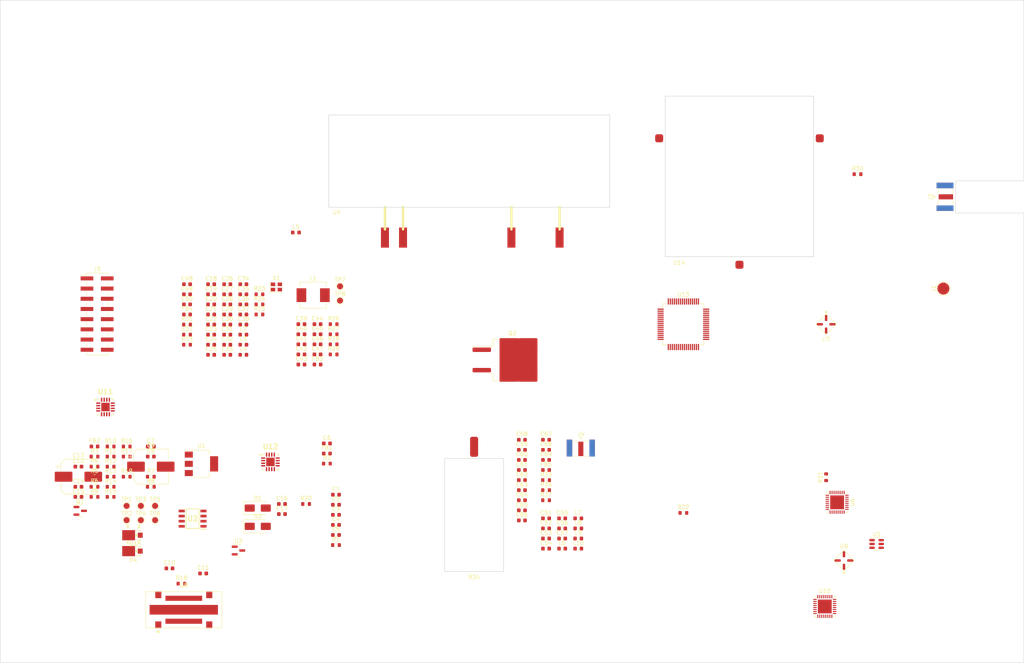
<source format=kicad_pcb>
(kicad_pcb (version 20221018) (generator pcbnew)
  (title_block (title "M17 Remote Radio Unit RF board") (date "10-10-2023") (rev "A") (company "M17 Project") (comment 1 "Wojciech Kaczmarski, SP5WWP"))
  (layers (0 "F.Cu" signal "Front") (1 "In1.Cu" signal) (2 "In2.Cu" signal) (31 "B.Cu" signal "Back") (34 "B.Paste" user) (35 "F.Paste" user) (36 "B.SilkS" user "B.Silkscreen") (37 "F.SilkS" user "F.Silkscreen") (38 "B.Mask" user) (39 "F.Mask" user) (44 "Edge.Cuts" user))
  (net 0 "")
  (net 1 "/RF coupler/FWD_SENSE")
  (net 2 "/Exciter/3.3V_IN")
  (net 3 "/RF coupler/REF_SENSE")
  (net 4 "/RF PA/RF_PA_1V1")
  (net 5 "/RF detectors/RF_DET_3V3")
  (net 6 "/RF PA/RF_PA_VGG")
  (net 7 "Net-(Q1-G)")
  (net 8 "Net-(Q1-D)")
  (net 9 "/Receiver/RX_3V3")
  (net 10 "/Power supply/13.8V_OUT")
  (net 11 "GND")
  (net 12 "Net-(U2-1IN-)")
  (net 13 "Net-(U10-LPF0)")
  (net 14 "/RF PA/FWD_SENSE_IN")
  (net 15 "/Exciter/RF_OUT")
  (net 16 "/RF PA/RF_PA_VDD")
  (net 17 "/Circulator/RF_IN")
  (net 18 "/Circulator/RF_OUT")
  (net 19 "/RF detectors/RF_REF_DET")
  (net 20 "/RF PA/RF_PA_7V")
  (net 21 "Net-(U11-CLPF)")
  (net 22 "Net-(U11-INLO)")
  (net 23 "Net-(U11-INHI)")
  (net 24 "Net-(R1-Pad2)")
  (net 25 "Net-(U1-ADJ)")
  (net 26 "Net-(U11-TADJ)")
  (net 28 "Net-(D1-A)")
  (net 29 "Net-(U3-K)")
  (net 30 "Net-(U2-2IN+)")
  (net 31 "Net-(R7-Pad1)")
  (net 32 "Net-(U2-2IN-)")
  (net 33 "Net-(U2-2OUT)")
  (net 34 "Net-(U5-BST)")
  (net 35 "Net-(U5-SW)")
  (net 36 "/Exciter/EXCITER_3V3")
  (net 37 "Net-(X1-OUT)")
  (net 38 "Net-(U6-EXT_XOSC)")
  (net 39 "Net-(U6-LPF0)")
  (net 40 "Net-(U6-LPF1)")
  (net 41 "Net-(U6-DCPL_XOSC)")
  (net 42 "Net-(U6-DCPL_PFD_CHP)")
  (net 43 "Net-(U6-DCPL_VCO)")
  (net 44 "Net-(U6-DCPL)")
  (net 45 "Net-(C32-Pad1)")
  (net 46 "Net-(U6-PA)")
  (net 47 "Net-(C33-Pad2)")
  (net 48 "Net-(C34-Pad1)")
  (net 49 "Net-(C38-Pad1)")
  (net 50 "Net-(U12-CLPF)")
  (net 51 "Net-(U12-INLO)")
  (net 52 "Net-(U12-INHI)")
  (net 53 "/Interface/INTERFACE_3V3")
  (net 54 "Net-(J2-In)")
  (net 55 "/nRST")
  (net 56 "/SPI_MISO")
  (net 57 "/SPI_MOSI")
  (net 58 "/SPI_SCK")
  (net 59 "/TX_nCS")
  (net 60 "/RX_nCS")
  (net 61 "/Interface/MCU_TX")
  (net 62 "/Interface/MCU_RX")
  (net 66 "Net-(U10-LPF1)")
  (net 67 "/Interface/FWD_SENSE")
  (net 68 "/Interface/REF_SENSE")
  (net 69 "Net-(U5-EN)")
  (net 70 "Net-(U5-FB)")
  (net 71 "Net-(U6-SCLK)")
  (net 72 "Net-(U10-LNA_P)")
  (net 73 "Net-(U6-SI)")
  (net 74 "Net-(C49-Pad2)")
  (net 75 "Net-(U6-SO(GPIO1))")
  (net 76 "Net-(U10-DCPL_XOSC)")
  (net 77 "Net-(U6-RBIAS)")
  (net 78 "Net-(U12-TADJ)")
  (net 79 "Net-(U10-LNA_N)")
  (net 83 "Net-(U10-DCPL_PFD_CHP)")
  (net 87 "Net-(U7-In)")
  (net 88 "Net-(U8-Rev)")
  (net 89 "Net-(U10-DCPL_VCO)")
  (net 90 "Net-(C55-Pad1)")
  (net 93 "Net-(C55-Pad2)")
  (net 94 "Net-(U10-DCPL)")
  (net 95 "/Interface/PA_EN")
  (net 96 "/RF input filter/RF_OUT")
  (net 97 "/MCU/RF_PWR_SP")
  (net 99 "Net-(U10-SCLK)")
  (net 100 "Net-(U10-SI)")
  (net 101 "Net-(U10-SO(GPIO1))")
  (net 102 "Net-(U10-RBIAS)")
  (net 103 "Net-(R34-In)")
  (net 126 "Net-(U13-VSS-Pad18)")
  (footprint "Capacitor_SMD:C_0603_1608Metric" (layer "F.Cu") (at 209.9725 162.04)
    (fp_text reference "C61" (at 0 -1.43) (layer "F.SilkS"))
    (fp_text value "100n")
    (pad "1" smd roundrect (at -0.775 0) (size 0.9 0.95) (layers "F.Cu" "F.Paste" "F.Mask") (net 5 "/RF detectors/RF_DET_3V3"))
    (pad "2" smd roundrect (at 0.775 0) (size 0.9 0.95) (layers "F.Cu" "F.Paste" "F.Mask") (net 11 "GND"))
  )
  (footprint "Inductor_SMD:L_0603_1608Metric" (layer "F.Cu") (at 215.9825 162.04)
    (fp_text reference "FB5" (at 0 -1.43) (layer "F.SilkS"))
    (fp_text value "Bead")
    (pad "1" smd roundrect (at -0.7875 0) (size 0.875 0.95) (layers "F.Cu" "F.Paste" "F.Mask") (net 2 "/Exciter/3.3V_IN"))
    (pad "2" smd roundrect (at 0.7875 0) (size 0.875 0.95) (layers "F.Cu" "F.Paste" "F.Mask") (net 53 "/Interface/INTERFACE_3V3"))
  )
  (footprint "Resistor_SMD:R_0603_1608Metric" (layer "F.Cu") (at 250.19 172.72)
    (fp_text reference "R22" (at 0 -1.43) (layer "F.SilkS"))
    (fp_text value "100R")
    (pad "1" smd roundrect (at -0.825 0) (size 0.8 0.95) (layers "F.Cu" "F.Paste" "F.Mask") (net 73 "Net-(U6-SI)"))
    (pad "2" smd roundrect (at 0.825 0) (size 0.8 0.95) (layers "F.Cu" "F.Paste" "F.Mask") (net 57 "/SPI_MOSI"))
  )
  (footprint "Inductor_SMD:L_0603_1608Metric" (layer "F.Cu") (at 224.0025 174.08)
    (fp_text reference "L7" (at 0 -1.43) (layer "F.SilkS"))
    (fp_text value "56n")
    (pad "1" smd roundrect (at -0.7875 0) (size 0.875 0.95) (layers "F.Cu" "F.Paste" "F.Mask") (net 79 "Net-(U10-LNA_N)"))
    (pad "2" smd roundrect (at 0.7875 0) (size 0.875 0.95) (layers "F.Cu" "F.Paste" "F.Mask") (net 72 "Net-(U10-LNA_P)"))
  )
  (footprint "TestPoint:TestPoint_Pad_D3.0mm" (layer "F.Cu") (at 314.96 116.84 90)
    (fp_text reference "J1" (at 0 -2.398 90) (layer "F.SilkS"))
    (fp_text value "Conn_01x01_Pin")
    (pad "1" smd circle (at 0 0 90) (size 3 3) (layers "F.Cu" "F.Mask") (net 10 "/Power supply/13.8V_OUT"))
  )
  (footprint "Capacitor_SMD:C_0603_1608Metric" (layer "F.Cu") (at 219.9925 179.1)
    (fp_text reference "C57" (at 0 -1.43) (layer "F.SilkS"))
    (fp_text value "47n")
    (pad "1" smd roundrect (at -0.775 0) (size 0.9 0.95) (layers "F.Cu" "F.Paste" "F.Mask") (net 94 "Net-(U10-DCPL)"))
    (pad "2" smd roundrect (at 0.775 0) (size 0.9 0.95) (layers "F.Cu" "F.Paste" "F.Mask") (net 11 "GND"))
  )
  (footprint "Capacitor_SMD:C_0603_1608Metric" (layer "F.Cu") (at 155.04 133.24)
    (fp_text reference "C42" (at 0 -1.43) (layer "F.SilkS"))
    (fp_text value "47n")
    (pad "1" smd roundrect (at -0.775 0) (size 0.9 0.95) (layers "F.Cu" "F.Paste" "F.Mask") (net 9 "/Receiver/RX_3V3"))
    (pad "2" smd roundrect (at 0.775 0) (size 0.9 0.95) (layers "F.Cu" "F.Paste" "F.Mask") (net 11 "GND"))
  )
  (footprint "Capacitor_SMD:C_0603_1608Metric" (layer "F.Cu") (at 117.525 158.685)
    (fp_text reference "C8" (at 0 -1.43) (layer "F.SilkS"))
    (fp_text value "100n")
    (pad "1" smd roundrect (at -0.775 0) (size 0.9 0.95) (layers "F.Cu" "F.Paste" "F.Mask") (net 11 "GND"))
    (pad "2" smd roundrect (at 0.775 0) (size 0.9 0.95) (layers "F.Cu" "F.Paste" "F.Mask") (net 29 "Net-(U3-K)"))
  )
  (footprint "Parts:SYBD-30_LAND" (layer "F.Cu") (at 125.73 196.85)
    (fp_text reference "U8" (at 0 -6.096 unlocked) (layer "F.SilkS"))
    (fp_text value "~")
    (pad "1" smd rect (at -6.35 3.7465) (size 1.524 1.7018) (layers "F.Cu" "F.Paste" "F.Mask") (net 54 "Net-(J2-In)"))
    (pad "2" smd rect (at 6.35 3.7465) (size 1.524 1.7018) (layers "F.Cu" "F.Paste" "F.Mask") (net 18 "/Circulator/RF_OUT"))
    (pad "3" smd rect (at 6.35 -3.7465) (size 1.524 1.7018) (layers "F.Cu" "F.Paste" "F.Mask") (net 88 "Net-(U8-Rev)"))
    (pad "4" smd rect (at -6.35 -3.7465) (size 1.524 1.7018) (layers "F.Cu" "F.Paste" "F.Mask") (net 87 "Net-(U7-In)"))
    (pad "5" smd rect (at 0 -2.8575) (size 9.144 1.27) (layers "F.Cu" "F.Paste" "F.Mask") (net 11 "GND"))
    (pad "5" smd rect (at 0 0) (size 17.018 2.413) (layers "F.Cu" "F.Paste" "F.Mask") (net 11 "GND"))
    (pad "5" smd rect (at 0 2.8575) (size 9.144 1.27) (layers "F.Cu" "F.Paste" "F.Mask") (net 11 "GND"))
  )
  (footprint "Inductor_SMD:L_0603_1608Metric" (layer "F.Cu") (at 126.54 123.29)
    (fp_text reference "FB4" (at 0 -1.43) (layer "F.SilkS"))
    (fp_text value "Bead")
    (pad "1" smd roundrect (at -0.7875 0) (size 0.875 0.95) (layers "F.Cu" "F.Paste" "F.Mask") (net 2 "/Exciter/3.3V_IN"))
    (pad "2" smd roundrect (at 0.7875 0) (size 0.875 0.95) (layers "F.Cu" "F.Paste" "F.Mask") (net 5 "/RF detectors/RF_DET_3V3"))
  )
  (footprint "Capacitor_SMD:C_0603_1608Metric" (layer "F.Cu") (at 215.9825 179.1)
    (fp_text reference "C53" (at 0 -1.43) (layer "F.SilkS"))
    (fp_text value "47n")
    (pad "1" smd roundrect (at -0.775 0) (size 0.9 0.95) (layers "F.Cu" "F.Paste" "F.Mask") (net 83 "Net-(U10-DCPL_PFD_CHP)"))
    (pad "2" smd roundrect (at 0.775 0) (size 0.9 0.95) (layers "F.Cu" "F.Paste" "F.Mask") (net 11 "GND"))
  )
  (footprint "Resistor_SMD:R_0603_1608Metric" (layer "F.Cu") (at 126.54 125.8)
    (fp_text reference "R31" (at 0 -1.43) (layer "F.SilkS"))
    (fp_text value "499R")
    (pad "1" smd roundrect (at -0.825 0) (size 0.8 0.95) (layers "F.Cu" "F.Paste" "F.Mask") (net 26 "Net-(U11-TADJ)"))
    (pad "2" smd roundrect (at 0.825 0) (size 0.8 0.95) (layers "F.Cu" "F.Paste" "F.Mask") (net 11 "GND"))
  )
  (footprint "Capacitor_SMD:C_0603_1608Metric" (layer "F.Cu") (at 140.57 115.76)
    (fp_text reference "C34" (at 0 -1.43) (layer "F.SilkS"))
    (fp_text value "2p2")
    (pad "1" smd roundrect (at -0.775 0) (size 0.9 0.95) (layers "F.Cu" "F.Paste" "F.Mask") (net 48 "Net-(C34-Pad1)"))
    (pad "2" smd roundrect (at 0.775 0) (size 0.9 0.95) (layers "F.Cu" "F.Paste" "F.Mask") (net 45 "Net-(C32-Pad1)"))
  )
  (footprint "Resistor_SMD:R_0603_1608Metric" (layer "F.Cu") (at 215.9825 164.55)
    (fp_text reference "R35" (at 0 -1.43) (layer "F.SilkS"))
    (fp_text value "10k")
    (pad "1" smd roundrect (at -0.825 0) (size 0.8 0.95) (layers "F.Cu" "F.Paste" "F.Mask") (net 55 "/nRST"))
    (pad "2" smd roundrect (at 0.825 0) (size 0.8 0.95) (layers "F.Cu" "F.Paste" "F.Mask") (net 11 "GND"))
  )
  (footprint "Resistor_SMD:R_0603_1608Metric" (layer "F.Cu") (at 107.505 156.175)
    (fp_text reference "R10" (at 0 -1.43) (layer "F.SilkS"))
    (fp_text value "10k")
    (pad "1" smd roundrect (at -0.825 0) (size 0.8 0.95) (layers "F.Cu" "F.Paste" "F.Mask") (net 32 "Net-(U2-2IN-)"))
    (pad "2" smd roundrect (at 0.825 0) (size 0.8 0.95) (layers "F.Cu" "F.Paste" "F.Mask") (net 6 "/RF PA/RF_PA_VGG"))
  )
  (footprint "Inductor_SMD:L_0603_1608Metric" (layer "F.Cu") (at 140.57 130.82)
    (fp_text reference "L3" (at 0 -1.43) (layer "F.SilkS"))
    (fp_text value "15n")
    (pad "1" smd roundrect (at -0.7875 0) (size 0.875 0.95) (layers "F.Cu" "F.Paste" "F.Mask") (net 48 "Net-(C34-Pad1)"))
    (pad "2" smd roundrect (at 0.7875 0) (size 0.875 0.95) (layers "F.Cu" "F.Paste" "F.Mask") (net 45 "Net-(C32-Pad1)"))
  )
  (footprint "Capacitor_SMD:C_0603_1608Metric" (layer "F.Cu") (at 209.9725 167.06)
    (fp_text reference "C63" (at 0 -1.43) (layer "F.SilkS"))
    (fp_text value "1n")
    (pad "1" smd roundrect (at -0.775 0) (size 0.9 0.95) (layers "F.Cu" "F.Paste" "F.Mask") (net 5 "/RF detectors/RF_DET_3V3"))
    (pad "2" smd roundrect (at 0.775 0) (size 0.9 0.95) (layers "F.Cu" "F.Paste" "F.Mask") (net 11 "GND"))
  )
  (footprint "Capacitor_SMD:C_0603_1608Metric" (layer "F.Cu") (at 215.9825 159.53)
    (fp_text reference "C69" (at 0 -1.43) (layer "F.SilkS"))
    (fp_text value "1n")
    (pad "1" smd roundrect (at -0.775 0) (size 0.9 0.95) (layers "F.Cu" "F.Paste" "F.Mask") (net 53 "/Interface/INTERFACE_3V3"))
    (pad "2" smd roundrect (at 0.775 0) (size 0.9 0.95) (layers "F.Cu" "F.Paste" "F.Mask") (net 11 "GND"))
  )
  (footprint "TestPoint:TestPoint_Pad_D1.5mm" (layer "F.Cu") (at 111.49 174.525)
    (fp_text reference "TP2" (at 0 -1.648) (layer "F.SilkS"))
    (fp_text value "~")
    (pad "1" smd circle (at 0 0) (size 1.5 1.5) (layers "F.Cu" "F.Mask") (net 4 "/RF PA/RF_PA_1V1"))
  )
  (footprint "Capacitor_SMD:C_0603_1608Metric" (layer "F.Cu") (at 130.555 187.805)
    (fp_text reference "C11" (at 0 -1.43) (layer "F.SilkS"))
    (fp_text value "100n")
    (pad "1" smd roundrect (at -0.775 0) (size 0.9 0.95) (layers "F.Cu" "F.Paste" "F.Mask") (net 10 "/Power supply/13.8V_OUT"))
    (pad "2" smd roundrect (at 0.775 0) (size 0.9 0.95) (layers "F.Cu" "F.Paste" "F.Mask") (net 11 "GND"))
  )
  (footprint "Resistor_SMD:R_0603_1608Metric" (layer "F.Cu") (at 111.515 163.705)
    (fp_text reference "R19" (at 0 -1.43) (layer "F.SilkS"))
    (fp_text value "24k")
    (pad "1" smd roundrect (at -0.825 0) (size 0.8 0.95) (layers "F.Cu" "F.Paste" "F.Mask") (net 70 "Net-(U5-FB)"))
    (pad "2" smd roundrect (at 0.825 0) (size 0.8 0.95) (layers "F.Cu" "F.Paste" "F.Mask") (net 11 "GND"))
  )
  (footprint "TestPoint:TestPoint_Pad_D1.5mm" (layer "F.Cu") (at 118.59 170.975)
    (fp_text reference "TP5" (at 0 -1.648) (layer "F.SilkS"))
    (fp_text value "~")
    (pad "1" smd circle (at 0 0) (size 1.5 1.5) (layers "F.Cu" "F.Mask") (net 7 "Net-(Q1-G)"))
  )
  (footprint "Resistor_SMD:R_0603_1608Metric" (layer "F.Cu") (at 103.495 158.685)
    (fp_text reference "R3" (at 0 -1.43) (layer "F.SilkS"))
    (fp_text value "10k")
    (pad "1" smd roundrect (at -0.825 0) (size 0.8 0.95) (layers "F.Cu" "F.Paste" "F.Mask") (net 14 "/RF PA/FWD_SENSE_IN"))
    (pad "2" smd roundrect (at 0.825 0) (size 0.8 0.95) (layers "F.Cu" "F.Paste" "F.Mask") (net 12 "Net-(U2-1IN-)"))
  )
  (footprint "Resistor_SMD:R_0603_1608Metric" (layer "F.Cu") (at 111.515 158.685)
    (fp_text reference "R17" (at 0 -1.43) (layer "F.SilkS"))
    (fp_text value "47k")
    (pad "1" smd roundrect (at -0.825 0) (size 0.8 0.95) (layers "F.Cu" "F.Paste" "F.Mask") (net 8 "Net-(Q1-D)"))
    (pad "2" smd roundrect (at 0.825 0) (size 0.8 0.95) (layers "F.Cu" "F.Paste" "F.Mask") (net 10 "/Power supply/13.8V_OUT"))
  )
  (footprint "Resistor_SMD:R_0603_1608Metric" (layer "F.Cu") (at 161.39 160.44)
    (fp_text reference "R2" (at 0 -1.43) (layer "F.SilkS"))
    (fp_text value "22k")
    (pad "1" smd roundrect (at -0.825 0) (size 0.8 0.95) (layers "F.Cu" "F.Paste" "F.Mask") (net 11 "GND"))
    (pad "2" smd roundrect (at 0.825 0) (size 0.8 0.95) (layers "F.Cu" "F.Paste" "F.Mask") (net 24 "Net-(R1-Pad2)"))
  )
  (footprint "Package_TO_SOT_SMD:TO-263-2" (layer "F.Cu") (at 207.615 134.62)
    (fp_text reference "Q2" (at 0 -6.65) (layer "F.SilkS"))
    (fp_text value "NP100P04PDG")
    (pad "1" smd roundrect (at -7.65 -2.54) (size 4.6 1.1) (layers "F.Cu" "F.Paste" "F.Mask") (roundrect_rratio 0.227273) (net 8 "Net-(Q1-D)"))
    (pad "2" smd roundrect (at -0.925 -2.775) (size 4.55 5.25) (layers "F.Cu" "F.Paste") (roundrect_rratio 0.054945) (net 16 "/RF PA/RF_PA_VDD"))
    (pad "2" smd roundrect (at -0.925 2.775) (size 4.55 5.25) (layers "F.Cu" "F.Paste") (roundrect_rratio 0.054945) (net 16 "/RF PA/RF_PA_VDD"))
    (pad "2" smd roundrect (at 1.5 0) (size 9.4 10.8) (layers "F.Cu" "F.Mask") (roundrect_rratio 0.026596) (net 16 "/RF PA/RF_PA_VDD"))
    (pad "2" smd roundrect (at 3.925 -2.775) (size 4.55 5.25) (layers "F.Cu" "F.Paste") (roundrect_rratio 0.054945) (net 16 "/RF PA/RF_PA_VDD"))
    (pad "2" smd roundrect (at 3.925 2.775) (size 4.55 5.25) (layers "F.Cu" "F.Paste") (roundrect_rratio 0.054945) (net 16 "/RF PA/RF_PA_VDD"))
    (pad "3" smd roundrect (at -7.65 2.54) (size 4.6 1.1) (layers "F.Cu" "F.Paste" "F.Mask") (roundrect_rratio 0.227273) (net 10 "/Power supply/13.8V_OUT"))
  )
  (footprint "Parts:HALF_FLANGE_DUMMY_LOAD" (layer "F.Cu") (at 198.0575 173.255)
    (fp_text reference "R34" (at 0 15.5 unlocked) (layer "F.SilkS"))
    (fp_text value "~")
    (fp_rect (start -7.35 -14.081) (end 7.35 14.081) (stroke (width 0.12)) (fill none) (layer "Edge.Cuts"))
    (pad "1" smd roundrect (at 0 -17 90) (size 5 2) (layers "F.Cu" "F.Paste" "F.Mask") (net 103 "Net-(R34-In)"))
  )
  (footprint "Resistor_SMD:R_0603_1608Metric" (layer "F.Cu") (at 163.06 128.22)
    (fp_text reference "R27" (at 0 -1.43) (layer "F.SilkS"))
    (fp_text value "100R")
    (pad "1" smd roundrect (at -0.825 0) (size 0.8 0.95) (layers "F.Cu" "F.Paste" "F.Mask") (net 100 "Net-(U10-SI)"))
    (pad "2" smd roundrect (at 0.825 0) (size 0.8 0.95) (layers "F.Cu" "F.Paste" "F.Mask") (net 57 "/SPI_MOSI"))
  )
  (footprint "Resistor_SMD:R_0603_1608Metric" (layer "F.Cu") (at 117.525 163.705)
    (fp_text reference "R7" (at 0 -1.43) (layer "F.SilkS"))
    (fp_text value "1k")
    (pad "1" smd roundrect (at -0.825 0) (size 0.8 0.95) (layers "F.Cu" "F.Paste" "F.Mask") (net 31 "Net-(R7-Pad1)"))
    (pad "2" smd roundrect (at 0.825 0) (size 0.8 0.95) (layers "F.Cu" "F.Paste" "F.Mask") (net 25 "Net-(U1-ADJ)"))
  )
  (footprint "Capacitor_SMD:C_0603_1608Metric" (layer "F.Cu") (at 163.65 168.18)
    (fp_text reference "C1" (at 0 -1.43) (layer "F.SilkS"))
    (fp_text value "100n")
    (pad "1" smd roundrect (at -0.775 0) (size 0.9 0.95) (layers "F.Cu" "F.Paste" "F.Mask") (net 10 "/Power supply/13.8V_OUT"))
    (pad "2" smd roundrect (at 0.775 0) (size 0.9 0.95) (layers "F.Cu" "F.Paste" "F.Mask") (net 11 "GND"))
  )
  (footprint "Capacitor_SMD:C_0603_1608Metric" (layer "F.Cu") (at 136.56 115.76)
    (fp_text reference "C26" (at 0 -1.43) (layer "F.SilkS"))
    (fp_text value "47n")
    (pad "1" smd roundrect (at -0.775 0) (size 0.9 0.95) (layers "F.Cu" "F.Paste" "F.Mask") (net 36 "/Exciter/EXCITER_3V3"))
    (pad "2" smd roundrect (at 0.775 0) (size 0.9 0.95) (layers "F.Cu" "F.Paste" "F.Mask") (net 11 "GND"))
  )
  (footprint "TestPoint:TestPoint_Pad_D1.5mm" (layer "F.Cu") (at 118.59 174.525)
    (fp_text reference "TP6" (at 0 -1.648) (layer "F.SilkS"))
    (fp_text value "~")
    (pad "1" smd circle (at 0 0) (size 1.5 1.5) (layers "F.Cu" "F.Mask") (net 8 "Net-(Q1-D)"))
  )
  (footprint "Resistor_SMD:R_0603_1608Metric" (layer "F.Cu") (at 156.2 170.5)
    (fp_text reference "R20" (at 0 -1.43) (layer "F.SilkS"))
    (fp_text value "75k")
    (pad "1" smd roundrect (at -0.825 0) (size 0.8 0.95) (layers "F.Cu" "F.Paste" "F.Mask") (net 70 "Net-(U5-FB)"))
    (pad "2" smd roundrect (at 0.825 0) (size 0.8 0.95) (layers "F.Cu" "F.Paste" "F.Mask") (net 2 "/Exciter/3.3V_IN"))
  )
  (footprint "Capacitor_SMD:C_0603_1608Metric" (layer "F.Cu") (at 140.57 120.78)
    (fp_text reference "C36" (at 0 -1.43) (layer "F.SilkS"))
    (fp_text value "5p1")
    (pad "1" smd roundrect (at -0.775 0) (size 0.9 0.95) (layers "F.Cu" "F.Paste" "F.Mask") (net 48 "Net-(C34-Pad1)"))
    (pad "2" smd roundrect (at 0.775 0) (size 0.9 0.95) (layers "F.Cu" "F.Paste" "F.Mask") (net 11 "GND"))
  )
  (footprint "Capacitor_SMD:C_0603_1608Metric" (layer "F.Cu") (at 132.55 130.82)
    (fp_text reference "C24" (at 0 -1.43) (layer "F.SilkS"))
    (fp_text value "47n")
    (pad "1" smd roundrect (at -0.775 0) (size 0.9 0.95) (layers "F.Cu" "F.Paste" "F.Mask") (net 36 "/Exciter/EXCITER_3V3"))
    (pad "2" smd roundrect (at 0.775 0) (size 0.9 0.95) (layers "F.Cu" "F.Paste" "F.Mask") (net 11 "GND"))
  )
  (footprint "Inductor_SMD:L_0603_1608Metric" (layer "F.Cu") (at 103.495 156.175)
    (fp_text reference "FB2" (at 0 -1.43) (layer "F.SilkS"))
    (fp_text value "Bead")
    (pad "1" smd roundrect (at -0.7875 0) (size 0.875 0.95) (layers "F.Cu" "F.Paste" "F.Mask") (net 36 "/Exciter/EXCITER_3V3"))
    (pad "2" smd roundrect (at 0.7875 0) (size 0.875 0.95) (layers "F.Cu" "F.Paste" "F.Mask") (net 2 "/Exciter/3.3V_IN"))
  )
  (footprint "Resistor_SMD:R_0603_1608Metric" (layer "F.Cu") (at 107.505 158.685)
    (fp_text reference "R11" (at 0 -1.43) (layer "F.SilkS"))
    (fp_text value "100k")
    (pad "1" smd roundrect (at -0.825 0) (size 0.8 0.95) (layers "F.Cu" "F.Paste" "F.Mask") (net 32 "Net-(U2-2IN-)"))
    (pad "2" smd roundrect (at 0.825 0) (size 0.8 0.95) (layers "F.Cu" "F.Paste" "F.Mask") (net 33 "Net-(U2-2OUT)"))
  )
  (footprint "Resistor_SMD:R_0603_1608Metric" (layer "F.Cu") (at 107.505 163.705)
    (fp_text reference "R13" (at 0 -1.43) (layer "F.SilkS"))
    (fp_text value "12k")
    (pad "1" smd roundrect (at -0.825 0) (size 0.8 0.95) (layers "F.Cu" "F.Paste" "F.Mask") (net 29 "Net-(U3-K)"))
    (pad "2" smd roundrect (at 0.825 0) (size 0.8 0.95) (layers "F.Cu" "F.Paste" "F.Mask") (net 4 "/RF PA/RF_PA_1V1"))
  )
  (footprint "Resistor_SMD:R_0603_1608Metric" (layer "F.Cu") (at 103.495 168.725)
    (fp_text reference "R9" (at 0 -1.43) (layer "F.SilkS"))
    (fp_text value "10k")
    (pad "1" smd roundrect (at -0.825 0) (size 0.8 0.95) (layers "F.Cu" "F.Paste" "F.Mask") (net 6 "/RF PA/RF_PA_VGG"))
    (pad "2" smd roundrect (at 0.825 0) (size 0.8 0.95) (layers "F.Cu" "F.Paste" "F.Mask") (net 12 "Net-(U2-1IN-)"))
  )
  (footprint "Capacitor_SMD:C_0603_1608Metric" (layer "F.Cu") (at 132.55 125.8)
    (fp_text reference "C22" (at 0 -1.43) (layer "F.SilkS"))
    (fp_text value "47n")
    (pad "1" smd roundrect (at -0.775 0) (size 0.9 0.95) (layers "F.Cu" "F.Paste" "F.Mask") (net 36 "/Exciter/EXCITER_3V3"))
    (pad "2" smd roundrect (at 0.775 0) (size 0.9 0.95) (layers "F.Cu" "F.Paste" "F.Mask") (net 11 "GND"))
  )
  (footprint "Resistor_SMD:R_0603_1608Metric" (layer "F.Cu") (at 103.495 166.215)
    (fp_text reference "R6" (at 0 -1.43) (layer "F.SilkS"))
    (fp_text value "240R")
    (pad "1" smd roundrect (at -0.825 0) (size 0.8 0.95) (layers "F.Cu" "F.Paste" "F.Mask") (net 25 "Net-(U1-ADJ)"))
    (pad "2" smd roundrect (at 0.825 0) (size 0.8 0.95) (layers "F.Cu" "F.Paste" "F.Mask") (net 28 "Net-(D1-A)"))
  )
  (footprint "Capacitor_SMD:CP_Elec_8x10.5" (layer "F.Cu") (at 99.485 163.705)
    (fp_text reference "C13" (at 0 -5.3) (layer "F.SilkS"))
    (fp_text value "100u/50V")
    (pad "1" smd roundrect (at -3.7 0) (size 4.4 2.5) (layers "F.Cu" "F.Paste" "F.Mask") (roundrect_rratio 0.1) (net 10 "/Power supply/13.8V_OUT"))
    (pad "2" smd roundrect (at 3.7 0) (size 4.4 2.5) (layers "F.Cu" "F.Paste" "F.Mask") (roundrect_rratio 0.1) (net 11 "GND"))
  )
  (footprint "TestPoint:TestPoint_Pad_D1.5mm" (layer "F.Cu") (at 115.04 170.975)
    (fp_text reference "TP3" (at 0 -1.648) (layer "F.SilkS"))
    (fp_text value "~")
    (pad "1" smd circle (at 0 0) (size 1.5 1.5) (layers "F.Cu" "F.Mask") (net 20 "/RF PA/RF_PA_7V"))
  )
  (footprint "Package_TO_SOT_SMD:SOT-23" (layer "F.Cu") (at 99.925 172.205)
    (fp_text reference "Q1" (at 0 -2.4) (layer "F.SilkS"))
    (fp_text value "BSS138")
    (pad "1" smd roundrect (at -0.9375 -0.95) (size 1.475 0.6) (layers "F.Cu" "F.Paste" "F.Mask") (net 7 "Net-(Q1-G)"))
    (pad "2" smd roundrect (at -0.9375 0.95) (size 1.475 0.6) (layers "F.Cu" "F.Paste" "F.Mask") (net 11 "GND"))
    (pad "3" smd roundrect (at 0.9375 0) (size 1.475 0.6) (layers "F.Cu" "F.Paste" "F.Mask") (net 8 "Net-(Q1-D)"))
  )
  (footprint "Capacitor_SMD:C_0603_1608Metric" (layer "F.Cu") (at 209.9725 174.59)
    (fp_text reference "C66" (at 0 -1.43) (layer "F.SilkS"))
    (fp_text value "1n")
    (pad "1" smd roundrect (at -0.775 0) (size 0.9 0.95) (layers "F.Cu" "F.Paste" "F.Mask") (net 3 "/RF coupler/REF_SENSE"))
    (pad "2" smd roundrect (at 0.775 0) (size 0.9 0.95) (layers "F.Cu" "F.Paste" "F.Mask") (net 52 "Net-(U12-INHI)"))
  )
  (footprint "Inductor_SMD:L_0603_1608Metric" (layer "F.Cu") (at 159.05 135.75)
    (fp_text reference "FB3" (at 0 -1.43) (layer "F.SilkS"))
    (fp_text value "Bead")
    (pad "1" smd roundrect (at -0.7875 0) (size 0.875 0.95) (layers "F.Cu" "F.Paste" "F.Mask") (net 9 "/Receiver/RX_3V3"))
    (pad "2" smd roundrect (at 0.7875 0) (size 0.875 0.95) (layers "F.Cu" "F.Paste" "F.Mask") (net 2 "/Exciter/3.3V_IN"))
  )
  (footprint "Capacitor_SMD:C_0603_1608Metric" (layer "F.Cu") (at 161.39 155.42)
    (fp_text reference "C6" (at 0 -1.43) (layer "F.SilkS"))
    (fp_text value "100n")
    (pad "1" smd roundrect (at -0.775 0) (size 0.9 0.95) (layers "F.Cu" "F.Paste" "F.Mask") (net 20 "/RF PA/RF_PA_7V"))
    (pad "2" smd roundrect (at 0.775 0) (size 0.9 0.95) (layers "F.Cu" "F.Paste" "F.Mask") (net 11 "GND"))
  )
  (footprint "Capacitor_SMD:C_0603_1608Metric" (layer "F.Cu") (at 163.65 170.69)
    (fp_text reference "C2" (at 0 -1.43) (layer "F.SilkS"))
    (fp_text value "3n9")
    (pad "1" smd roundrect (at -0.775 0) (size 0.9 0.95) (layers "F.Cu" "F.Paste" "F.Mask") (net 6 "/RF PA/RF_PA_VGG"))
    (pad "2" smd roundrect (at 0.775 0) (size 0.9 0.95) (layers "F.Cu" "F.Paste" "F.Mask") (net 12 "Net-(U2-1IN-)"))
  )
  (footprint "Capacitor_SMD:C_0603_1608Metric" (layer "F.Cu") (at 163.65 175.71)
    (fp_text reference "C4" (at 0 -1.43) (layer "F.SilkS"))
    (fp_text value "1u")
    (pad "1" smd roundrect (at -0.775 0) (size 0.9 0.95) (layers "F.Cu" "F.Paste" "F.Mask") (net 28 "Net-(D1-A)"))
    (pad "2" smd roundrect (at 0.775 0) (size 0.9 0.95) (layers "F.Cu" "F.Paste" "F.Mask") (net 11 "GND"))
  )
  (footprint "Package_TO_SOT_SMD:SOT-223-3_TabPin2" (layer "F.Cu") (at 130.135 160.5)
    (fp_text reference "U1" (at 0 -4.5) (layer "F.SilkS"))
    (fp_text value "LM317_SOT-223")
    (pad "1" smd rect (at -3.15 -2.3) (size 2 1.5) (layers "F.Cu" "F.Paste" "F.Mask") (net 25 "Net-(U1-ADJ)"))
    (pad "2" smd rect (at -3.15 0) (size 2 1.5) (layers "F.Cu" "F.Paste" "F.Mask") (net 28 "Net-(D1-A)"))
    (pad "2" smd rect (at 3.15 0) (size 2 3.8) (layers "F.Cu" "F.Paste" "F.Mask") (net 28 "Net-(D1-A)"))
    (pad "3" smd rect (at -3.15 2.3) (size 2 1.5) (layers "F.Cu" "F.Paste" "F.Mask") (net 10 "/Power supply/13.8V_OUT"))
  )
  (footprint "Resistor_SMD:R_0603_1608Metric" (layer "F.Cu") (at 103.495 161.195)
    (fp_text reference "R4" (at 0 -1.43) (layer "F.SilkS"))
    (fp_text value "4k7")
    (pad "1" smd roundrect (at -0.825 0) (size 0.8 0.95) (layers "F.Cu" "F.Paste" "F.Mask") (net 24 "Net-(R1-Pad2)"))
    (pad "2" smd roundrect (at 0.825 0) (size 0.8 0.95) (layers "F.Cu" "F.Paste" "F.Mask") (net 30 "Net-(U2-2IN+)"))
  )
  (footprint "Resistor_SMD:R_0603_1608Metric" (layer "F.Cu") (at 103.495 163.705)
    (fp_text reference "R5" (at 0 -1.43) (layer "F.SilkS"))
    (fp_text value "100k")
    (pad "1" smd roundrect (at -0.825 0) (size 0.8 0.95) (layers "F.Cu" "F.Paste" "F.Mask") (net 11 "GND"))
    (pad "2" smd roundrect (at 0.825 0) (size 0.8 0.95) (layers "F.Cu" "F.Paste" "F.Mask") (net 30 "Net-(U2-2IN+)"))
  )
  (footprint "Capacitor_SMD:C_0603_1608Metric" (layer "F.Cu") (at 155.04 125.71)
    (fp_text reference "C39" (at 0 -1.43) (layer "F.SilkS"))
    (fp_text value "47n")
    (pad "1" smd roundrect (at -0.775 0) (size 0.9 0.95) (layers "F.Cu" "F.Paste" "F.Mask") (net 9 "/Receiver/RX_3V3"))
    (pad "2" smd roundrect (at 0.775 0) (size 0.9 0.95) (layers "F.Cu" "F.Paste" "F.Mask") (net 11 "GND"))
  )
  (footprint "Inductor_SMD:L_0603_1608Metric" (layer "F.Cu") (at 219.9925 181.61)
    (fp_text reference "L6" (at 0 -1.43) (layer "F.SilkS"))
    (fp_text value "27n")
    (pad "1" smd roundrect (at -0.7875 0) (size 0.875 0.95) (layers "F.Cu" "F.Paste" "F.Mask") (net 72 "Net-(U10-LNA_P)"))
    (pad "2" smd roundrect (at 0.7875 0) (size 0.875 0.95) (layers "F.Cu" "F.Paste" "F.Mask") (net 11 "GND"))
  )
  (footprint "Capacitor_SMD:C_0603_1608Metric" (layer "F.Cu") (at 215.9825 174.08)
    (fp_text reference "C51" (at 0 -1.43) (layer "F.SilkS"))
    (fp_text value "47n")
    (pad "1" smd roundrect (at -0.775 0) (size 0.9 0.95) (layers "F.Cu" "F.Paste" "F.Mask") (net 76 "Net-(U10-DCPL_XOSC)"))
    (pad "2" smd roundrect (at 0.775 0) (size 0.9 0.95) (layers "F.Cu" "F.Paste" "F.Mask") (net 11 "GND"))
  )
  (footprint "Package_DFN_QFN:QFN-32-1EP_5x5mm_P0.5mm_EP3.45x3.45mm" (layer "F.Cu") (at 288.485 170.082 -90)
    (fp_text reference "U6" (at 0 -3.82 -90) (layer "F.SilkS"))
    (fp_text value "CC1200")
    (pad "1" smd roundrect (at -2.4375 -1.75 270) (size 0.875 0.25) (layers "F.Cu" "F.Paste" "F.Mask") (net 36 "/Exciter/EXCITER_3V3"))
    (pad "2" smd roundrect (at -2.4375 -1.25 270) (size 0.875 0.25) (layers "F.Cu" "F.Paste" "F.Mask") (net 55 "/nRST"))
    (pad "3" smd roundrect (at -2.4375 -0.75 270) (size 0.875 0.25) (layers "F.Cu" "F.Paste" "F.Mask"))
    (pad "4" smd roundrect (at -2.4375 -0.25 270) (size 0.875 0.25) (layers "F.Cu" "F.Paste" "F.Mask"))
    (pad "5" smd roundrect (at -2.4375 0.25 270) (size 0.875 0.25) (layers "F.Cu" "F.Paste" "F.Mask") (net 36 "/Exciter/EXCITER_3V3"))
    (pad "6" smd roundrect (at -2.4375 0.75 270) (size 0.875 0.25) (layers "F.Cu" "F.Paste" "F.Mask") (net 44 "Net-(U6-DCPL)"))
    (pad "7" smd roundrect (at -2.4375 1.25 270) (size 0.875 0.25) (layers "F.Cu" "F.Paste" "F.Mask") (net 73 "Net-(U6-SI)"))
    (pad "8" smd roundrect (at -2.4375 1.75 270) (size 0.875 0.25) (layers "F.Cu" "F.Paste" "F.Mask") (net 71 "Net-(U6-SCLK)"))
    (pad "9" smd roundrect (at -1.75 2.4375 270) (size 0.25 0.875) (layers "F.Cu" "F.Paste" "F.Mask") (net 75 "Net-(U6-SO(GPIO1))"))
    (pad "10" smd roundrect (at -1.25 2.4375 270) (size 0.25 0.875) (layers "F.Cu" "F.Paste" "F.Mask"))
    (pad "11" smd roundrect (at -0.75 2.4375 270) (size 0.25 0.875) (layers "F.Cu" "F.Paste" "F.Mask") (net 59 "/TX_nCS"))
    (pad "12" smd roundrect (at -0.25 2.4375 270) (size 0.25 0.875) (layers "F.Cu" "F.Paste" "F.Mask") (net 36 "/Exciter/EXCITER_3V3"))
    (pad "13" smd roundrect (at 0.25 2.4375 270) (size 0.25 0.875) (layers "F.Cu" "F.Paste" "F.Mask") (net 36 "/Exciter/EXCITER_3V3"))
    (pad "14" smd roundrect (at 0.75 2.4375 270) (size 0.25 0.875) (layers "F.Cu" "F.Paste" "F.Mask") (net 77 "Net-(U6-RBIAS)"))
    (pad "15" smd roundrect (at 1.25 2.4375 270) (size 0.25 0.875) (layers "F.Cu" "F.Paste" "F.Mask") (net 36 "/Exciter/EXCITER_3V3"))
    (pad "16" smd roundrect (at 1.75 2.4375 270) (size 0.25 0.875) (layers "F.Cu" "F.Paste" "F.Mask"))
    (pad "17" smd roundrect (at 2.4375 1.75 270) (size 0.875 0.25) (layers "F.Cu" "F.Paste" "F.Mask") (net 46 "Net-(U6-PA)"))
    (pad "18" smd roundrect (at 2.4375 1.25 270) (size 0.875 0.25) (layers "F.Cu" "F.Paste" "F.Mask"))
    (pad "19" smd roundrect (at 2.4375 0.75 270) (size 0.875 0.25) (layers "F.Cu" "F.Paste" "F.Mask") (net 11 "GND"))
    (pad "20" smd roundrect (at 2.4375 0.25 270) (size 0.875 0.25) (layers "F.Cu" "F.Paste" "F.Mask") (net 11 "GND"))
    (pad "21" smd roundrect (at 2.4375 -0.25 270) (size 0.875 0.25) (layers "F.Cu" "F.Paste" "F.Mask") (net 43 "Net-(U6-DCPL_VCO)"))
    (pad "22" smd roundrect (at 2.4375 -0.75 270) (size 0.875 0.25) (layers "F.Cu" "F.Paste" "F.Mask") (net 36 "/Exciter/EXCITER_3V3"))
    (pad "23" smd roundrect (at 2.4375 -1.25 270) (size 0.875 0.25) (layers "F.Cu" "F.Paste" "F.Mask") (net 39 "Net-(U6-LPF0)"))
    (pad "24" smd roundrect (at 2.4375 -1.75 270) (size 0.875 0.25) (layers "F.Cu" "F.Paste" "F.Mask") (net 40 "Net-(U6-LPF1)"))
    (pad "25" smd roundrect (at 1.75 -2.4375 270) (size 0.25 0.875) (layers "F.Cu" "F.Paste" "F.Mask") (net 36 "/Exciter/EXCITER_3V3"))
    (pad "26" smd roundrect (at 1.25 -2.4375 270) (size 0.25 0.875) (layers "F.Cu" "F.Paste" "F.Mask") (net 42 "Net-(U6-DCPL_PFD_CHP)"))
    (pad "27" smd roundrect (at 0.75 -2.4375 270) (size 0.25 0.875) (layers "F.Cu" "F.Paste" "F.Mask") (net 36 "/Exciter/EXCITER_3V3"))
    (pad "28" smd roundrect (at 0.25 -2.4375 270) (size 0.25 0.875) (layers "F.Cu" "F.Paste" "F.Mask") (net 36 "/Exciter/EXCITER_3V3"))
    (pad "29" smd roundrect (at -0.25 -2.4375 270) (size 0.25 0.875) (layers "F.Cu" "F.Paste" "F.Mask") (net 41 "Net-(U6-DCPL_XOSC)"))
    (pad "30" smd roundrect (at -0.75 -2.4375 270) (size 0.25 0.875) (layers "F.Cu" "F.Paste" "F.Mask"))
    (pad "31" smd roundrect (at -1.25 -2.4375 270) (size 0.25 0.875) (layers "F.Cu" "F.Paste" "F.Mask"))
    (pad "32" smd roundrect (at -1.75 -2.4375 270) (size 0.25 0.875) (layers "F.Cu" "F.Paste" "F.Mask") (net 38 "Net-(U6-EXT_XOSC)"))
    (pad "33" smd rect (at 0 0 270) (size 3.45 3.45) (layers "F.Cu" "F.Mask") (net 11 "GND"))
  )
  (footprint "Resistor_SMD:R_0603_1608Metric" (layer "F.Cu") (at 163.06 125.71)
    (fp_text reference "R26" (at 0 -1.43) (layer "F.SilkS"))
    (fp_text value "100R")
    (pad "1" smd roundrect (at -0.825 0) (size 0.8 0.95) (layers "F.Cu" "F.Paste" "F.Mask") (net 99 "Net-(U10-SCLK)"))
    (pad "2" smd roundrect (at 0.825 0) (size 0.8 0.95) (layers "F.Cu" "F.Paste" "F.Mask") (net 58 "/SPI_SCK"))
  )
  (footprint "Resistor_SMD:R_0603_1608Metric" (layer "F.Cu") (at 107.505 161.195)
    (fp_text reference "R12" (at 0 -1.43) (layer "F.SilkS"))
    (fp_text value "10k")
    (pad "1" smd roundrect (at -0.825 0) (size 0.8 0.95) (layers "F.Cu" "F.Paste" "F.Mask") (net 11 "GND"))
    (pad "2" smd roundrect (at 0.825 0) (size 0.8 0.95) (layers "F.Cu" "F.Paste" "F.Mask") (net 4 "/RF PA/RF_PA_1V1"))
  )
  (footprint "Connector_Coaxial:SMA_Samtec_SMA-J-P-X-ST-EM1_EdgeMount" (layer "F.Cu") (at 315.3775 93.98 90)
    (fp_text reference "J2" (at 0 -3.5 90) (layer "F.SilkS"))
    (fp_text value "Conn_Coaxial")
    (pad "1" smd rect (at 0 0.2 90) (size 1.27 3.6) (layers "F.Cu" "F.Paste" "F.Mask") (net 54 "Net-(J2-In)"))
    (pad "2" smd rect (at -2.825 0 90) (size 1.35 4.2) (layers "F.Cu" "F.Paste" "F.Mask") (net 11 "GND"))
    (pad "2" smd rect (at -2.825 0 90) (size 1.35 4.2) (layers "B.Cu" "B.Paste" "B.Mask") (net 11 "GND"))
    (pad "2" smd rect (at 2.825 0 90) (size 1.35 4.2) (layers "F.Cu" "F.Paste" "F.Mask") (net 11 "GND"))
    (pad "2" smd rect (at 2.825 0 90) (size 1.35 4.2) (layers "B.Cu" "B.Paste" "B.Mask") (net 11 "GND"))
  )
  (footprint "Capacitor_SMD:C_0603_1608Metric" (layer "F.Cu") (at 136.56 120.78)
    (fp_text reference "C28" (at 0 -1.43) (layer "F.SilkS"))
    (fp_text value "100n")
    (pad "1" smd roundrect (at -0.775 0) (size 0.9 0.95) (layers "F.Cu" "F.Paste" "F.Mask") (net 2 "/Exciter/3.3V_IN"))
    (pad "2" smd roundrect (at 0.775 0) (size 0.9 0.95) (layers "F.Cu" "F.Paste" "F.Mask") (net 11 "GND"))
  )
  (footprint "Mine:QFN65P400X400X100-17N" (layer "F.Cu") (at 106.225 146.34)
    (fp_text reference "U11" (at 0 -3.81) (layer "F.SilkS") (effects (font (size 1.27 1.27) (thickness 0.254))))
    (fp_text value "AD8318ACPZ-REEL7" hide)
    (pad "1" smd rect (at -1.8034 -0.9652 90) (size 0.3556 1.016) (layers "F.Cu" "F.Paste" "F.Mask") (net 11 "GND"))
    (pad "2" smd rect (at -1.8034 -0.3302 90) (size 0.3556 1.016) (layers "F.Cu" "F.Paste" "F.Mask") (net 11 "GND"))
    (pad "3" smd rect (at -1.8034 0.3302 90) (size 0.3556 1.016) (layers "F.Cu" "F.Paste" "F.Mask") (net 5 "/RF detectors/RF_DET_3V3"))
    (pad "4" smd rect (at -1.8034 0.9652 90) (size 0.3556 1.016) (layers "F.Cu" "F.Paste" "F.Mask") (net 5 "/RF detectors/RF_DET_3V3"))
    (pad "5" smd rect (at -0.9652 1.8034) (size 0.3556 1.016) (layers "F.Cu" "F.Paste" "F.Mask") (net 21 "Net-(U11-CLPF)"))
    (pad "6" smd rect (at -0.3302 1.8034) (size 0.3556 1.016) (layers "F.Cu" "F.Paste" "F.Mask") (net 14 "/RF PA/FWD_SENSE_IN"))
    (pad "7" smd rect (at 0.3302 1.8034) (size 0.3556 1.016) (layers "F.Cu" "F.Paste" "F.Mask") (net 14 "/RF PA/FWD_SENSE_IN"))
    (pad "8" smd rect (at 0.9652 1.8034) (size 0.3556 1.016) (layers "F.Cu" "F.Paste" "F.Mask") (net 11 "GND"))
    (pad "9" smd rect (at 1.8034 0.9652 90) (size 0.3556 1.016) (layers "F.Cu" "F.Paste" "F.Mask") (net 5 "/RF detectors/RF_DET_3V3"))
    (pad "10" smd rect (at 1.8034 0.3302 90) (size 0.3556 1.016) (layers "F.Cu" "F.Paste" "F.Mask") (net 26 "Net-(U11-TADJ)"))
    (pad "11" smd rect (at 1.8034 -0.3302 90) (size 0.3556 1.016) (layers "F.Cu" "F.Paste" "F.Mask") (net 11 "GND"))
    (pad "12" smd rect (at 1.8034 -0.9652 90) (size 0.3556 1.016) (layers "F.Cu" "F.Paste" "F.Mask") (net 11 "GND"))
    (pad "13" smd rect (at 0.9652 -1.8034) (size 0.3556 1.016) (layers "F.Cu" "F.Paste" "F.Mask"))
    (pad "14" smd rect (at 0.3302 -1.8034) (size 0.3556 1.016) (layers "F.Cu" "F.Paste" "F.Mask") (net 23 "Net-(U11-INHI)"))
    (pad "15" smd rect (at -0.3302 -1.8034) (size 0.3556 1.016) (layers "F.Cu" "F.Paste" "F.Mask") (net 22 "Net-(U11-INLO)"))
    (pad "16" smd rect (at -0.9652 -1.8034) (size 0.3556 1.016) (layers "F.Cu" "F.Paste" "F.Mask") (net 5 "/RF detectors/RF_DET_3V3"))
    (pad "17" smd rect (at 0 0 90) (size 2.1082 2.1082) (layers "F.Cu" "F.Paste" "F.Mask") (net 11 "GND"))
  )
  (footprint "Capacitor_SMD:C_0603_1608Metric" (layer "F.Cu") (at 136.56 130.82)
    (fp_text reference "C32" (at 0 -1.43) (layer "F.SilkS"))
    (fp_text value "39p")
    (pad "1" smd roundrect (at -0.775 0) (size 0.9 0.95) (layers "F.Cu" "F.Paste" "F.Mask") (net 45 "Net-(C32-Pad1)"))
    (pad "2" smd roundrect (at 0.775 0) (size 0.9 0.95) (layers "F.Cu" "F.Paste" "F.Mask") (net 46 "Net-(U6-PA)"))
  )
  (footprint "Capacitor_SMD:C_0603_1608Metric" (layer "F.Cu") (at 159.05 133.24)
    (fp_text reference "C47" (at 0 -1.43) (layer "F.SilkS"))
    (fp_text value "47n")
    (pad "1" smd roundrect (at -0.775 0) (size 0.9 0.95) (layers "F.Cu" "F.Paste" "F.Mask") (net 9 "/Receiver/RX_3V3"))
    (pad "2" smd roundrect (at 0.775 0) (size 0.9 0.95) (layers "F.Cu" "F.Paste" "F.Mask") (net 11 "GND"))
  )
  (footprint "Resistor_SMD:R_0603_1608Metric" (layer "F.Cu") (at 126.54 128.31)
    (fp_text reference "R32" (at 0 -1.43) (layer "F.SilkS"))
    (fp_text value "52R3")
    (pad "1" smd roundrect (at -0.825 0) (size 0.8 0.95) (layers "F.Cu" "F.Paste" "F.Mask") (net 11 "GND"))
    (pad "2" smd roundrect (at 0.825 0) (size 0.8 0.95) (layers "F.Cu" "F.Paste" "F.Mask") (net 3 "/RF coupler/REF_SENSE"))
  )
  (footprint "Mine:SOIC127P600X175-8N" (layer "F.Cu") (at 127.9275 174.15 180)
    (fp_text reference "U2" (at 0 0 180) (layer "F.SilkS") (effects (font (size 1.27 1.27) (thickness 0.254))))
    (fp_text value "LT1013DIDR" hide)
    (pad "1" smd rect (at -2.711 -1.905 270) (size 0.65 1.528) (layers "F.Cu" "F.Paste" "F.Mask") (net 4 "/RF PA/RF_PA_1V1"))
    (pad "2" smd rect (at -2.711 -0.635 270) (size 0.65 1.528) (layers "F.Cu" "F.Paste" "F.Mask") (net 11 "GND"))
    (pad "3" smd rect (at -2.711 0.635 270) (size 0.65 1.528) (layers "F.Cu" "F.Paste" "F.Mask") (net 30 "Net-(U2-2IN+)"))
    (pad "4" smd rect (at -2.711 1.905 270) (size 0.65 1.528) (layers "F.Cu" "F.Paste" "F.Mask") (net 32 "Net-(U2-2IN-)"))
    (pad "5" smd rect (at 2.711 1.905 270) (size 0.65 1.528) (layers "F.Cu" "F.Paste" "F.Mask") (net 33 "Net-(U2-2OUT)"))
    (pad "6" smd rect (at 2.711 0.635 270) (size 0.65 1.528) (layers "F.Cu" "F.Paste" "F.Mask") (net 20 "/RF PA/RF_PA_7V"))
    (pad "7" smd rect (at 2.711 -0.635 270) (size 0.65 1.528) (layers "F.Cu" "F.Paste" "F.Mask") (net 6 "/RF PA/RF_PA_VGG"))
    (pad "8" smd rect (at 2.711 -1.905 270) (size 0.65 1.528) (layers "F.Cu" "F.Paste" "F.Mask") (net 12 "Net-(U2-1IN-)"))
  )
  (footprint "Package_TO_SOT_SMD:SOT-23-6" (layer "F.Cu") (at 298.33 180.46)
    (fp_text reference "U5" (at 0 -2.4) (layer "F.SilkS"))
    (fp_text value "~")
    (pad "1" smd roundrect (at -1.1375 -0.95) (size 1.325 0.6) (layers "F.Cu" "F.Paste" "F.Mask") (net 34 "Net-(U5-BST)"))
    (pad "2" smd roundrect (at -1.1375 0) (size 1.325 0.6) (layers "F.Cu" "F.Paste" "F.Mask") (net 11 "GND"))
    (pad "3" smd roundrect (at -1.1375 0.95) (size 1.325 0.6) (layers "F.Cu" "F.Paste" "F.Mask") (net 70 "Net-(U5-FB)"))
    (pad "4" smd roundrect (at 1.1375 0.95) (size 1.325 0.6) (layers "F.Cu" "F.Paste" "F.Mask") (net 69 "Net-(U5-EN)"))
    (pad "5" smd roundrect (at 1.1375 0) (size 1.325 0.6) (layers "F.Cu" "F.Paste" "F.Mask") (net 10 "/Power supply/13.8V_OUT"))
    (pad "6" smd roundrect (at 1.1375 -0.95) (size 1.325 0.6) (layers "F.Cu" "F.Paste" "F.Mask") (net 35 "Net-(U5-SW)"))
  )
  (footprint "Capacitor_SMD:C_0603_1608Metric" (layer "F.Cu") (at 122.16 186.535)
    (fp_text reference "C10" (at 0 -1.43) (layer "F.SilkS"))
    (fp_text value "22u/6.3V")
    (pad "1" smd roundrect (at -0.775 0) (size 0.9 0.95) (layers "F.Cu" "F.Paste" "F.Mask") (net 11 "GND"))
    (pad "2" smd roundrect (at 0.775 0) (size 0.9 0.95) (layers "F.Cu" "F.Paste" "F.Mask") (net 10 "/Power supply/13.8V_OUT"))
  )
  (footprint "Capacitor_SMD:C_0603_1608Metric" (layer "F.Cu") (at 209.9725 159.53)
    (fp_text reference "C60" (at 0 -1.43) (layer "F.SilkS"))
    (fp_text value "1n")
    (pad "1" smd roundrect (at -0.775 0) (size 0.9 0.95) (layers "F.Cu" "F.Paste" "F.Mask") (net 11 "GND"))
    (pad "2" smd roundrect (at 0.775 0) (size 0.9 0.95) (layers "F.Cu" "F.Paste" "F.Mask") (net 22 "Net-(U11-INLO)"))
  )
  (footprint "Resistor_SMD:R_0603_1608Metric" (layer "F.Cu") (at 111.515 156.175)
    (fp_text reference "R16" (at 0 -1.43) (layer "F.SilkS"))
    (fp_text value "10k")
    (pad "1" smd roundrect (at -0.825 0) (size 0.8 0.95) (layers "F.Cu" "F.Paste" "F.Mask") (net 11 "GND"))
    (pad "2" smd roundrect (at 0.825 0) (size 0.8 0.95) (layers "F.Cu" "F.Paste" "F.Mask") (net 7 "Net-(Q1-G)"))
  )
  (footprint "Capacitor_SMD:C_0603_1608Metric" (layer "F.Cu") (at 215.9825 176.59)
    (fp_text reference "C52" (at 0 -1.43) (layer "F.SilkS"))
    (fp_text value "5p1")
    (pad "1" smd roundrect (at -0.775 0) (size 0.9 0.95) (layers "F.Cu" "F.Paste" "F.Mask") (net 79 "Net-(U10-LNA_N)"))
    (pad "2" smd roundrect (at 0.775 0) (size 0.9 0.95) (layers "F.Cu" "F.Paste" "F.Mask") (net 74 "Net-(C49-Pad2)"))
  )
  (footprint "Resistor_SMD:R_0603_1608Metric" (layer "F.Cu") (at 107.505 168.725)
    (fp_text reference "R15" (at 0 -1.43) (layer "F.SilkS"))
    (fp_text value "100R")
    (pad "1" smd roundrect (at -0.825 0) (size 0.8 0.95) (layers "F.Cu" "F.Paste" "F.Mask") (net 95 "/Interface/PA_EN"))
    (pad "2" smd roundrect (at 0.825 0) (size 0.8 0.95) (layers "F.Cu" "F.Paste" "F.Mask") (net 7 "Net-(Q1-G)"))
  )
  (footprint "Diode_SMD:D_SMA" (layer "F.Cu") (at 144.165 171.52)
    (fp_text reference "D1" (at 0 -2.5) (layer "F.SilkS"))
    (fp_text value "B160-13-F")
    (pad "1" smd roundrect (at -2 0) (size 2.5 1.8) (layers "F.Cu" "F.Paste" "F.Mask") (roundrect_rratio 0.1388888889) (net 10 "/Power supply/13.8V_OUT"))
    (pad "2" smd roundrect (at 2 0) (size 2.5 1.8) (layers "F.Cu" "F.Paste" "F.Mask") (roundrect_rratio 0.1388888889) (net 28 "Net-(D1-A)"))
  )
  (footprint "Parts:GAT-30_LAND" (layer "F.Cu") (at 285.75 125.73 180)
    (fp_text reference "U7" (at 0 -3.556 180 unlocked) (layer "F.SilkS"))
    (fp_text value "~" hide)
    (pad "1" smd roundrect (at 0 1.585 90) (size 1.55 0.61) (layers "F.Cu" "F.Paste" "F.Mask") (net 87 "Net-(U7-In)"))
    (pad "2" smd roundrect (at 1.585 0) (size 1.55 0.61) (layers "F.Cu" "F.Paste" "F.Mask") (net 11 "GND"))
    (pad "3" smd roundrect (at 0 -1.585 90) (size 1.55 0.61) (layers "F.Cu" "F.Paste" "F.Mask") (net 3 "/RF coupler/REF_SENSE"))
    (pad "4" smd roundrect (at -1.585 0) (size 1.55 0.61) (layers "F.Cu" "F.Paste" "F.Mask") (net 11 "GND"))
  )
  (footprint "TestPoint:TestPoint_Pad_D1.5mm" (layer "F.Cu") (at 115.04 174.525)
    (fp_text reference "TP4" (at 0 -1.648) (layer "F.SilkS"))
    (fp_text value "~")
    (pad "1" smd circle (at 0 0) (size 1.5 1.5) (layers "F.Cu" "F.Mask") (net 29 "Net-(U3-K)"))
  )
  (footprint "Capacitor_SMD:C_0603_1608Metric" (layer "F.Cu") (at 209.9725 172.08)
    (fp_text reference "C65" (at 0 -1.43) (layer "F.SilkS"))
    (fp_text value "1n")
    (pad "1" smd roundrect (at -0.775 0) (size 0.9 0.95) (layers "F.Cu" "F.Paste" "F.Mask") (net 11 "GND"))
    (pad "2" smd roundrect (at 0.775 0) (size 0.9 0.95) (layers "F.Cu" "F.Paste" "F.Mask") (net 51 "Net-(U12-INLO)"))
  )
  (footprint "Capacitor_SMD:C_0603_1608Metric" (layer "F.Cu") (at 132.55 120.78)
    (fp_text reference "C20" (at 0 -1.43) (layer "F.SilkS"))
    (fp_text value "1n5")
    (pad "1" smd roundrect (at -0.775 0) (size 0.9 0.95) (layers "F.Cu" "F.Paste" "F.Mask") (net 39 "Net-(U6-LPF0)"))
    (pad "2" smd roundrect (at 0.775 0) (size 0.9 0.95) (layers "F.Cu" "F.Paste" "F.Mask") (net 40 "Net-(U6-LPF1)"))
  )
  (footprint "Capacitor_SMD:C_0603_1608Metric" (layer "F.Cu") (at 126.54 118.27)
    (fp_text reference "C49" (at 0 -1.43) (layer "F.SilkS"))
    (fp_text value "5p1")
    (pad "1" smd roundrect (at -0.775 0) (size 0.9 0.95) (layers "F.Cu" "F.Paste" "F.Mask") (net 72 "Net-(U10-LNA_P)"))
    (pad "2" smd roundrect (at 0.775 0) (size 0.9 0.95) (layers "F.Cu" "F.Paste" "F.Mask") (net 74 "Net-(C49-Pad2)"))
  )
  (footprint "Resistor_SMD:R_0603_1608Metric" (layer "F.Cu") (at 215.9825 167.06)
    (fp_text reference "R36" (at 0 -1.43) (layer "F.SilkS"))
    (fp_text value "10k")
    (pad "1" smd roundrect (at -0.825 0) (size 0.8 0.95) (layers "F.Cu" "F.Paste" "F.Mask") (net 59 "/TX_nCS"))
    (pad "2" smd roundrect (at 0.825 0) (size 0.8 0.95) (layers "F.Cu" "F.Paste" "F.Mask") (net 53 "/Interface/INTERFACE_3V3"))
  )
  (footprint "Resistor_SMD:R_0603_1608Metric" (layer "F.Cu") (at 144.58 123.29)
    (fp_text reference "R25" (at 0 -1.43) (layer "F.SilkS"))
    (fp_text value "18R")
    (pad "1" smd roundrect (at -0.825 0) (size 0.8 0.95) (layers "F.Cu" "F.Paste" "F.Mask") (net 47 "Net-(C33-Pad2)"))
    (pad "2" smd roundrect (at 0.825 0) (size 0.8 0.95) (layers "F.Cu" "F.Paste" "F.Mask") (net 36 "/Exciter/EXCITER_3V3"))
  )
  (footprint "Inductor_SMD:L_0603_1608Metric" (layer "F.Cu") (at 224.0025 181.61)
    (fp_text reference "L10" (at 0 -1.43) (layer "F.SilkS"))
    (fp_text value "22n")
    (pad "1" smd roundrect (at -0.7875 0) (size 0.875 0.95) (layers "F.Cu" "F.Paste" "F.Mask") (net 96 "/RF input filter/RF_OUT"))
    (pad "2" smd roundrect (at 0.7875 0) (size 0.875 0.95) (layers "F.Cu" "F.Paste" "F.Mask") (net 93 "Net-(C55-Pad2)"))
  )
  (footprint "Resistor_SMD:R_0603_1608Metric" (layer "F.Cu") (at 163.65 180.73)
    (fp_text reference "R1" (at 0 -1.43) (layer "F.SilkS"))
    (fp_text value "7k5")
    (pad "1" smd roundrect (at -0.825 0) (size 0.8 0.95) (layers "F.Cu" "F.Paste" "F.Mask") (net 97 "/MCU/RF_PWR_SP"))
    (pad "2" smd roundrect (at 0.825 0) (size 0.8 0.95) (layers "F.Cu" "F.Paste" "F.Mask") (net 24 "Net-(R1-Pad2)"))
  )
  (footprint "Inductor_SMD:L_0603_1608Metric" (layer "F.Cu") (at 161.39 157.93)
    (fp_text reference "FB1" (at 0 -1.43) (layer "F.SilkS"))
    (fp_text value "Bead")
    (pad "1" smd roundrect (at -0.7875 0) (size 0.875 0.95) (layers "F.Cu" "F.Paste" "F.Mask") (net 28 "Net-(D1-A)"))
    (pad "2" smd roundrect (at 0.7875 0) (size 0.875 0.95) (layers "F.Cu" "F.Paste" "F.Mask") (net 20 "/RF PA/RF_PA_7V"))
  )
  (footprint "Capacitor_SMD:C_0603_1608Metric" (layer "F.Cu") (at 136.56 128.31)
    (fp_text reference "C31" (at 0 -1.43) (layer "F.SilkS"))
    (fp_text value "47n")
    (pad "1" smd roundrect (at -0.775 0) (size 0.9 0.95) (layers "F.Cu" "F.Paste" "F.Mask") (net 44 "Net-(U6-DCPL)"))
    (pad "2" smd roundrect (at 0.775 0) (size 0.9 0.95) (layers "F.Cu" "F.Paste" "F.Mask") (net 11 "GND"))
  )
  (footprint "Capacitor_SMD:C_0603_1608Metric" (layer "F.Cu") (at 159.05 128.22)
    (fp_text reference "C45" (at 0 -1.43) (layer "F.SilkS"))
    (fp_text value "47n")
    (pad "1" smd roundrect (at -0.775 0) (size 0.9 0.95) (layers "F.Cu" "F.Paste" "F.Mask") (net 9 "/Receiver/RX_3V3"))
    (pad "2" smd roundrect (at 0.775 0) (size 0.9 0.95) (layers "F.Cu" "F.Paste" "F.Mask") (net 11 "GND"))
  )
  (footprint "Capacitor_SMD:C_0603_1608Metric" (layer "F.Cu") (at 215.9825 157.02)
    (fp_text reference "C68" (at 0 -1.43) (layer "F.SilkS"))
    (fp_text value "100n")
    (pad "1" smd roundrect (at -0.775 0) (size 0.9 0.95) (layers "F.Cu" "F.Paste" "F.Mask") (net 53 "/Interface/INTERFACE_3V3"))
    (pad "2" smd roundrect (at 0.775 0) (size 0.9 0.95) (layers "F.Cu" "F.Paste" "F.Mask") (net 11 "GND"))
  )
  (footprint "Inductor_SMD:L_0603_1608Metric" (layer "F.Cu") (at 140.57 128.31)
    (fp_text reference "L2" (at 0 -1.43) (layer "F.SilkS"))
    (fp_text value "56n")
    (pad "1" smd roundrect (at -0.7875 0) (size 0.875 0.95) (layers "F.Cu" "F.Paste" "F.Mask") (net 47 "Net-(C33-Pad2)"))
    (pad "2" smd roundrect (at 0.7875 0) (size 0.875 0.95) (layers "F.Cu" "F.Paste" "F.Mask") (net 46 "Net-(U6-PA)"))
  )
  (footprint "Connector_PinHeader_2.54mm:PinHeader_2x08_P2.54mm_Vertical_SMD" (layer "F.Cu") (at 104.14 123.19)
    (fp_text reference "J3" (at 0 -11.22) (layer "F.SilkS"))
    (fp_text value "Conn_01x16")
    (pad "1" smd rect (at -2.525 -8.89) (size 3.15 1) (layers "F.Cu" "F.Paste" "F.Mask") (net 55 "/nRST"))
    (pad "2" smd rect (at 2.525 -8.89) (size 3.15 1) (layers "F.Cu" "F.Paste" "F.Mask") (net 56 "/SPI_MISO"))
    (pad "3" smd rect (at -2.525 -6.35) (size 3.15 1) (layers "F.Cu" "F.Paste" "F.Mask") (net 57 "/SPI_MOSI"))
    (pad "4" smd rect (at 2.525 -6.35) (size 3.15 1) (layers "F.Cu" "F.Paste" "F.Mask") (net 58 "/SPI_SCK"))
    (pad "5" smd rect (at -2.525 -3.81) (size 3.15 1) (layers "F.Cu" "F.Paste" "F.Mask") (net 59 "/TX_nCS"))
    (pad "6" smd rect (at 2.525 -3.81) (size 3.15 1) (layers "F.Cu" "F.Paste" "F.Mask") (net 60 "/RX_nCS"))
    (pad "7" smd rect (at -2.525 -1.27) (size 3.15 1) (layers "F.Cu" "F.Paste" "F.Mask") (net 61 "/Interface/MCU_TX"))
    (pad "8" smd rect (at 2.525 -1.27) (size 3.15 1) (layers "F.Cu" "F.Paste" "F.Mask") (net 62 "/Interface/MCU_RX"))
    (pad "9" smd rect (at -2.525 1.27) (size 3.15 1) (layers "F.Cu" "F.Paste" "F.Mask"))
    (pad "10" smd rect (at 2.525 1.27) (size 3.15 1) (layers "F.Cu" "F.Paste" "F.Mask"))
    (pad "11" smd rect (at -2.525 3.81) (size 3.15 1) (layers "F.Cu" "F.Paste" "F.Mask"))
    (pad "12" smd rect (at 2.525 3.81) (size 3.15 1) (layers "F.Cu" "F.Paste" "F.Mask") (net 95 "/Interface/PA_EN"))
    (pad "13" smd rect (at -2.525 6.35) (size 3.15 1) (layers "F.Cu" "F.Paste" "F.Mask") (net 67 "/Interface/FWD_SENSE"))
    (pad "14" smd rect (at 2.525 6.35) (size 3.15 1) (layers "F.Cu" "F.Paste" "F.Mask") (net 68 "/Interface/REF_SENSE"))
    (pad "15" smd rect (at -2.525 8.89) (size 3.15 1) (layers "F.Cu" "F.Paste" "F.Mask") (net 11 "GND"))
    (pad "16" smd rect (at 2.525 8.89) (size 3.15 1) (layers "F.Cu" "F.Paste" "F.Mask") (net 11 "GND"))
  )
  (footprint "Capacitor_SMD:C_0603_1608Metric" (layer "F.Cu") (at 215.9825 154.51)
    (fp_text reference "C67" (at 0 -1.43) (layer "F.SilkS"))
    (fp_text value "1u")
    (pad "1" smd roundrect (at -0.775 0) (size 0.9 0.95) (layers "F.Cu" "F.Paste" "F.Mask") (net 2 "/Exciter/3.3V_IN"))
    (pad "2" smd roundrect (at 0.775 0) (size 0.9 0.95) (layers "F.Cu" "F.Paste" "F.Mask") (net 11 "GND"))
  )
  (footprint "Capacitor_SMD:C_0603_1608Metric" (layer "F.Cu") (at 209.9725 157.02)
    (fp_text reference "C59" (at 0 -1.43) (layer "F.SilkS"))
    (fp_text value "100n")
    (pad "1" smd roundrect (at -0.775 0) (size 0.9 0.95) (layers "F.Cu" "F.Paste" "F.Mask") (net 21 "Net-(U11-CLPF)"))
    (pad "2" smd roundrect (at 0.775 0) (size 0.9 0.95) (layers "F.Cu" "F.Paste" "F.Mask") (net 11 "GND"))
  )
  (footprint "Capacitor_SMD:C_0603_1608Metric" (layer "F.Cu") (at 126.54 115.76)
    (fp_text reference "C48" (at 0 -1.43) (layer "F.SilkS"))
    (fp_text value "47n")
    (pad "1" smd roundrect (at -0.775 0) (size 0.9 0.95) (layers "F.Cu" "F.Paste" "F.Mask") (net 9 "/Receiver/RX_3V3"))
    (pad "2" smd roundrect (at 0.775 0) (size 0.9 0.95) (layers "F.Cu" "F.Paste" "F.Mask") (net 11 "GND"))
  )
  (footprint "Capacitor_SMD:C_0603_1608Metric" (layer "F.Cu") (at 150.19 170.5)
    (fp_text reference "C16" (at 0 -1.43) (layer "F.SilkS"))
    (fp_text value "47n")
    (pad "1" smd roundrect (at -0.775 0) (size 0.9 0.95) (layers "F.Cu" "F.Paste" "F.Mask") (net 36 "/Exciter/EXCITER_3V3"))
    (pad "2" smd roundrect (at 0.775 0) (size 0.9 0.95) (layers "F.Cu" "F.Paste" "F.Mask") (net 11 "GND"))
  )
  (footprint "Capacitor_SMD:C_0603_1608Metric" (layer "F.Cu") (at 132.55 123.29)
    (fp_text reference "C21" (at 0 -1.43) (layer "F.SilkS"))
    (fp_text value "47n")
    (pad "1" smd roundrect (at -0.775 0) (size 0.9 0.95) (layers "F.Cu" "F.Paste" "F.Mask") (net 36 "/Exciter/EXCITER_3V3"))
    (pad "2" smd roundrect (at 0.775 0) (size 0.9 0.95) (layers "F.Cu" "F.Paste" "F.Mask") (net 11 "GND"))
  )
  (footprint "TestPoint:TestPoint_Pad_D1.5mm" (layer "F.Cu") (at 111.49 170.975)
    (fp_text reference "TP1" (at 0 -1.648) (layer "F.SilkS"))
    (fp_text value "~")
    (pad "1" smd circle (at 0 0) (size 1.5 1.5) (layers "F.Cu" "F.Mask") (net 6 "/RF PA/RF_PA_VGG"))
  )
  (footprint "Inductor_SMD:L_0603_1608Metric" (layer "F.Cu") (at 224.0025 176.59)
    (fp_text reference "L8" (at 0 -1.43) (layer "F.SilkS"))
    (fp_text value "27n")
    (pad "1" smd roundrect (at -0.7875 0) (size 0.875 0.95) (layers "F.Cu" "F.Paste" "F.Mask") (net 79 "Net-(U10-LNA_N)"))
    (pad "2" smd roundrect (at 0.7875 0) (size 0.875 0.95) (layers "F.Cu" "F.Paste" "F.Mask") (net 74 "Net-(C49-Pad2)"))
  )
  (footprint "Capacitor_SMD:C_0603_1608Metric" (layer "F.Cu") (at 140.57 123.29)
    (fp_text reference "C37" (at 0 -1.43) (layer "F.SilkS"))
    (fp_text value "100p")
    (pad "1" smd roundrect (at -0.775 0) (size 0.9 0.95) (layers "F.Cu" "F.Paste" "F.Mask") (net 36 "/Exciter/EXCITER_3V3"))
    (pad "2" smd roundrect (at 0.775 0) (size 0.9 0.95) (layers "F.Cu" "F.Paste" "F.Mask") (net 11 "GND"))
  )
  (footprint "Capacitor_SMD:C_0603_1608Metric" (layer "F.Cu") (at 150.19 173.01)
    (fp_text reference "C17" (at 0 -1.43) (layer "F.SilkS"))
    (fp_text value "47n")
    (pad "1" smd roundrect (at -0.775 0) (size 0.9 0.95) (layers "F.Cu" "F.Paste" "F.Mask") (net 36 "/Exciter/EXCITER_3V3"))
    (pad "2" smd roundrect (at 0.775 0) (size 0.9 0.95) (layers "F.Cu" "F.Paste" "F.Mask") (net 11 "GND"))
  )
  (footprint "Capacitor_SMD:C_0603_1608Metric" (layer "F.Cu") (at 163.65 173.2)
    (fp_text reference "C3" (at 0 -1.43) (layer "F.SilkS"))
    (fp_text value "100n")
    (pad "1" smd roundrect (at -0.775 0) (size 0.9 0.95) (layers "F.Cu" "F.Paste" "F.Mask") (net 25 "Net-(U1-ADJ)"))
    (pad "2" smd roundrect (at 0.775 0) (size 0.9 0.95) (layers "F.Cu" "F.Paste" "F.Mask") (net 11 "GND"))
  )
  (footprint "Capacitor_SMD:C_0603_1608Metric" (layer "F.Cu") (at 99.485 168.725)
    (fp_text reference "C15" (at 0 -1.43) (layer "F.SilkS"))
    (fp_text value "47n")
    (pad "1" smd roundrect (at -0.775 0) (size 0.9 0.95) (layers "F.Cu" "F.Paste" "F.Mask") (net 36 "/Exciter/EXCITER_3V3"))
    (pad "2" smd roundrect (at 0.775 0) (size 0.9 0.95) (layers "F.Cu" "F.Paste" "F.Mask") (net 11 "GND"))
  )
  (footprint "Capacitor_SMD:C_0603_1608Metric" (layer "F.Cu") (at 209.9725 164.55)
    (fp_text reference "C62" (at 0 -1.43) (layer "F.SilkS"))
    (fp_text value "1n")
    (pad "1" smd roundrect (at -0.775 0) (size 0.9 0.95) (layers "F.Cu" "F.Paste" "F.Mask") (net 1 "/RF coupler/FWD_SENSE"))
    (pad "2" smd roundrect (at 0.775 0) (size 0.9 0.95) (layers "F.Cu" "F.Paste" "F.Mask") (net 23 "Net-(U11-INHI)"))
  )
  (footprint "Capacitor_SMD:C_0603_1608Metric" (layer "F.Cu") (at 132.55 133.33)
    (fp_text reference "C25" (at 0 -1.43) (layer "F.SilkS"))
    (fp_text value "47n")
    (pad "1" smd roundrect (at -0.775 0) (size 0.9 0.95) (layers "F.Cu" "F.Paste" "F.Mask") (net 36 "/Exciter/EXCITER_3V3"))
    (pad "2" smd roundrect (at 0.775 0) (size 0.9 0.95) (layers "F.Cu" "F.Paste" "F.Mask") (net 11 "GND"))
  )
  (footprint "Capacitor_SMD:C_0603_1608Metric" (layer "F.Cu") (at 132.55 115.76)
    (fp_text reference "C18" (at 0 -1.43) (layer "F.SilkS"))
    (fp_text value "1n")
    (pad "1" smd roundrect (at -0.775 0) (size 0.9 0.95) (layers "F.Cu" "F.Paste" "F.Mask") (net 37 "Net-(X1-OUT)"))
    (pad "2" smd roundrect (at 0.775 0) (size 0.9 0.95) (layers "F.Cu" "F.Paste" "F.Mask") (net 38 "Net-(U6-EXT_XOSC)"))
  )
  (footprint "Inductor_SMD:L_Vishay_IHLP-2525" (layer "F.Cu") (at 157.96 118.48)
    (fp_text reference "L1" (at 0 -4.175) (layer "F.SilkS"))
    (fp_text value "10u")
    (pad "1" smd rect (at -2.921 0) (size 2.413 3.429) (layers "F.Cu" "F.Paste" "F.Mask") (net 35 "Net-(U5-SW)"))
    (pad "2" smd rect (at 2.921 0) (size 2.413 3.429) (layers "F.Cu" "F.Paste" "F.Mask") (net 2 "/Exciter/3.3V_IN"))
  )
  (footprint "Inductor_SMD:L_0603_1608Metric" (layer "F.Cu") (at 153.67 102.87)
    (fp_text reference "L5" (at 0 -1.43) (layer "F.SilkS"))
    (fp_text value "22n")
    (pad "1" smd roundrect (at -0.7875 0) (size 0.875 0.95) (layers "F.Cu" "F.Paste" "F.Mask") (net 15 "/Exciter/RF_OUT"))
    (pad "2" smd roundrect (at 0.7875 0) (size 0.875 0.95) (layers "F.Cu" "F.Paste" "F.Mask") (net 49 "Net-(C38-Pad1)"))
  )
  (footprint "Inductor_SMD:L_0603_1608Metric" (layer "F.Cu") (at 140.57 133.33)
    (fp_text reference "L4" (at 0 -1.43) (layer "F.SilkS"))
    (fp_text value "43n")
    (pad "1" smd roundrect (at -0.7875 0) (size 0.875 0.95) (layers "F.Cu" "F.Paste" "F.Mask") (net 49 "Net-(C38-Pad1)"))
    (pad "2" smd roundrect (at 0.7875 0) (size 0.875 0.95) (layers "F.Cu" "F.Paste" "F.Mask") (net 48 "Net-(C34-Pad1)"))
  )
  (footprint "Resistor_SMD:R_0603_1608Metric" (layer "F.Cu") (at 126.54 130.82)
    (fp_text reference "R33" (at 0 -1.43) (layer "F.SilkS"))
    (fp_text value "499R")
    (pad "1" smd roundrect (at -0.825 0) (size 0.8 0.95) (layers "F.Cu" "F.Paste" "F.Mask") (net 78 "Net-(U12-TADJ)"))
    (pad "2" smd roundrect (at 0.825 0) (size 0.8 0.95) (layers "F.Cu" "F.Paste" "F.Mask") (net 11 "GND"))
  )
  (footprint "Mine:D0-220AA-SMP" (layer "F.Cu") (at 112.995 178.28)
    (fp_text reference "D3" (at 0.1 2.2) (layer "F.SilkS") (effects (font (thickness 0.16))))
    (fp_text value "SS1P4L" hide)
    (fp_text user "A" (at 1.6 -2.1) (layer "F.SilkS") (effects (font (thickness 0.16))))
    (fp_text user "K" (at -1.1 -2.1) (layer "F.SilkS") (effects (font (thickness 0.16))))
    (pad "1" smd rect (at 1.9 0) (size 1.2 1.27) (layers "F.Cu" "F.Paste" "F.Mask") (net 16 "/RF PA/RF_PA_VDD"))
    (pad "2" smd rect (at -1 0) (size 3.2 2.54) (layers "F.Cu" "F.Paste" "F.Mask") (net 11 "GND"))
  )
  (footprint "Capacitor_SMD:CP_Elec_8x10.5" (layer "F.Cu") (at 117.525 161.195)
    (fp_text reference "C9" (at 0 -5.3) (layer "F.SilkS"))
    (fp_text value "100u/50V")
    (pad "1" smd roundrect (at -3.7 0) (size 4.4 2.5) (layers "F.Cu" "F.Paste" "F.Mask") (roundrect_rratio 0.1) (net 16 "/RF PA/RF_PA_VDD"))
    (pad "2" smd roundrect (at 3.7 0) (size 4.4 2.5) (layers "F.Cu" "F.Paste" "F.Mask") (roundrect_rratio 0.1) (net 11 "GND"))
  )
  (footprint "Capacitor_SMD:C_0603_1608Metric" (layer "F.Cu") (at 99.485 166.215)
    (fp_text reference "C14" (at 0 -1.43) (layer "F.SilkS"))
    (fp_text value "22u/6.3V")
    (pad "1" smd roundrect (at -0.775 0) (size 0.9 0.95) (layers "F.Cu" "F.Paste" "F.Mask") (net 11 "GND"))
    (pad "2" smd roundrect (at 0.775 0) (size 0.9 0.95) (layers "F.Cu" "F.Paste" "F.Mask") (net 2 "/Exciter/3.3V_IN"))
  )
  (footprint "Oscillator:Oscillator_SMD_SeikoEpson_SG210-4Pin_2.5x2.0mm" (layer "F.Cu") (at 148.81 116.43)
    (fp_text reference "X1" (at 0 -2.2) (layer "F.SilkS"))
    (fp_text value "40MHz")
    (pad "1" smd rect (at -0.85 0.65) (size 1.1 0.9) (layers "F.Cu" "F.Paste" "F.Mask") (net 11 "GND"))
    (pad "2" smd rect (at 0.85 0.65) (size 1.1 0.9) (layers "F.Cu" "F.Paste" "F.Mask") (net 11 "GND"))
    (pad "3" smd rect (at 0.85 -0.65) (size 1.1 0.9) (layers "F.Cu" "F.Paste" "F.Mask") (net 37 "Net-(X1-OUT)"))
    (pad "4" smd rect (at -0.85 -0.65) (size 1.1 0.9) (layers "F.Cu" "F.Paste" "F.Mask") (net 36 "/Exciter/EXCITER_3V3"))
  )
  (footprint "Mine:D0-220AA-SMP" (layer "F.Cu") (at 112.995 182.24)
    (fp_text reference "D4" (at 0.1 2.2) (layer "F.SilkS") (effects (font (thickness 0.16))))
    (fp_text value "SS1P4L" hide)
    (fp_text user "K" (at -1.1 -2.1) (layer "F.SilkS") (effects (font (thickness 0.16))))
    (fp_text user "A" (at 1.6 -2.1) (layer "F.SilkS") (effects (font (thickness 0.16))))
    (pad "1" smd rect (at 1.9 0) (size 1.2 1.27) (layers "F.Cu" "F.Paste" "F.Mask") (net 10 "/Power supply/13.8V_OUT"))
    (pad "2" smd rect (at -1 0) (size 3.2 2.54) (layers "F.Cu" "F.Paste" "F.Mask") (net 16 "/RF PA/RF_PA_VDD"))
  )
  (footprint "Capacitor_SMD:C_0603_1608Metric" (layer "F.Cu") (at 136.56 125.8)
    (fp_text reference "C30" (at 0 -1.43) (layer "F.SilkS"))
    (fp_text value "47n")
    (pad "1" smd roundrect (at -0.775 0) (size 0.9 0.95) (layers "F.Cu" "F.Paste" "F.Mask") (net 43 "Net-(U6-DCPL_VCO)"))
    (pad "2" smd roundrect (at 0.775 0) (size 0.9 0.95) (layers "F.Cu" "F.Paste" "F.Mask") (net 11 "GND"))
  )
  (footprint "Diode_SMD:D_SMA" (layer "F.Cu") (at 144.165 176.07)
    (fp_text reference "D2" (at 0 -2.5) (layer "F.SilkS"))
    (fp_text value "B160-13-F")
    (pad "1" smd roundrect (at -2 0) (size 2.5 1.8) (layers "F.Cu" "F.Paste" "F.Mask") (roundrect_rratio 0.1388888889) (net 28 "Net-(D1-A)"))
    (pad "2" smd roundrect (at 2 0) (size 2.5 1.8) (layers "F.Cu" "F.Paste" "F.Mask") (roundrect_rratio 0.1388888889) (net 11 "GND"))
  )
  (footprint "Connector_Coaxial:SMA_Samtec_SMA-J-P-X-ST-EM1_EdgeMount" (layer "F.Cu") (at 224.6375 156.575)
    (fp_text reference "J4" (at 0 -3.5) (layer "F.SilkS"))
    (fp_text value "Conn_Coaxial")
    (pad "1" smd rect (at 0 0.2) (size 1.27 3.6) (layers "F.Cu" "F.Paste" "F.Mask") (net 96 "/RF input filter/RF_OUT"))
    (pad "2" smd rect (at -2.825 0) (size 1.35 4.2) (layers "F.Cu" "F.Paste" "F.Mask") (net 11 "GND"))
    (pad "2" smd rect (at -2.825 0) (size 1.35 4.2) (layers "B.Cu" "B.Paste" "B.Mask") (net 11 "GND"))
    (pad "2" smd rect (at 2.825 0) (size 1.35 4.2) (layers "F.Cu" "F.Paste" "F.Mask") (net 11 "GND"))
    (pad "2" smd rect (at 2.825 0) (size 1.35 4.2) (layers "B.Cu" "B.Paste" "B.Mask") (net 11 "GND"))
  )
  (footprint "Capacitor_SMD:C_0603_1608Metric" (layer "F.Cu") (at 132.55 128.31)
    (fp_text reference "C23" (at 0 -1.43) (layer "F.SilkS"))
    (fp_text value "47n")
    (pad "1" smd roundrect (at -0.775 0) (size 0.9 0.95) (layers "F.Cu" "F.Paste" "F.Mask") (net 36 "/Exciter/EXCITER_3V3"))
    (pad "2" smd roundrect (at 0.775 0) (size 0.9 0.95) (layers "F.Cu" "F.Paste" "F.Mask") (net 11 "GND"))
  )
  (footprint "Capacitor_SMD:C_0603_1608Metric" (layer "F.Cu") (at 155.04 135.75)
    (fp_text reference "C43" (at 0 -1.43) (layer "F.SilkS"))
    (fp_text value "1n5")
    (pad "1" smd roundrect (at -0.775 0) (size 0.9 0.95) (layers "F.Cu" "F.Paste" "F.Mask") (net 13 "Net-(U10-LPF0)"))
    (pad "2" smd roundrect (at 0.775 0) (size 0.9 0.95) (layers "F.Cu" "F.Paste" "F.Mask") (net 66 "Net-(U10-LPF1)"))
  )
  (footprint "Capacitor_SMD:C_0603_1608Metric" (layer "F.Cu") (at 209.9725 169.57)
    (fp_text reference "C64" (at 0 -1.43) (layer "F.SilkS"))
    (fp_text value "100n")
    (pad "1" smd roundrect (at -0.775 0) (size 0.9 0.95) (layers "F.Cu" "F.Paste" "F.Mask") (net 50 "Net-(U12-CLPF)"))
    (pad "2" smd roundrect (at 0.775 0) (size 0.9 0.95) (layers "F.Cu" "F.Paste" "F.Mask") (net 11 "GND"))
  )
  (footprint "Inductor_SMD:L_0603_1608Metric" (layer "F.Cu") (at 224.0025 179.1)
    (fp_text reference "L9" (at 0 -1.43) (layer "F.SilkS"))
    (fp_text value "15n")
    (pad "1" smd roundrect (at -0.7875 0) (size 0.875 0.95) (layers "F.Cu" "F.Paste" "F.Mask") (net 90 "Net-(C55-Pad1)"))
    (pad "2" smd roundrect (at 0.7875 0) (size 0.875 0.95) (layers "F.Cu" "F.Paste" "F.Mask") (net 74 "Net-(C49-Pad2)"))
  )
  (footprint "Resistor_SMD:R_0603_1608Metric" (layer "F.Cu") (at 293.57 88.34)
    (fp_text reference "R30" (at 0 -1.43) (layer "F.SilkS"))
    (fp_text value "52R3")
    (pad "1" smd roundrect (at -0.825 0) (size 0.8 0.95) (layers "F.Cu" "F.Paste" "F.Mask") (net 11 "GND"))
    (pad "2" smd roundrect (at 0.825 0) (size 0.8 0.95) (layers "F.Cu" "F.Paste" "F.Mask") (net 1 "/RF coupler/FWD_SENSE"))
  )
  (footprint "Parts:CIRC_H08" (layer "F.Cu") (at 264.16 88.9)
    (fp_text reference "U14" (at -15 21.5 unlocked) (layer "F.SilkS"))
    (fp_text value "~")
    (fp_rect (start 18.5 -20) (end -18.5 20) (stroke (width 0.12)) (fill none) (layer "Edge.Cuts"))
    (pad "1" smd roundrect (at -20 -9.5) (size 2 2) (layers "F.Cu" "F.Paste" "F.Mask") (net 17 "/Circulator/RF_IN"))
    (pad "2" smd roundrect (at 20 -9.5) (size 2 2) (layers "F.Cu" "F.Paste" "F.Mask") (net 18 "/Circulator/RF_OUT"))
    (pad "3" smd roundrect (at 0 22 90) (size 2 2) (layers "F.Cu" "F.Paste" "F.Mask") (net 103 "Net-(R34-In)"))
  )
  (footprint "Capacitor_SMD:C_0603_1608Metric" (layer "F.Cu") (at 99.485 161.195)
    (fp_text reference "C12" (at 0 -1.43) (layer "F.SilkS"))
    (fp_text value "100n")
    (pad "1" smd roundrect (at -0.775 0) (size 0.9 0.95) (layers "F.Cu" "F.Paste" "F.Mask") (net 34 "Net-(U5-BST)"))
    (pad "2" smd roundrect (at 0.775 0) (size 0.9 0.95) (layers "F.Cu" "F.Paste" "F.Mask") (net 35 "Net-(U5-SW)"))
  )
  (footprint "Capacitor_SMD:C_0603_1608Metric" (layer "F.Cu") (at 163.65 178.22)
    (fp_text reference "C5" (at 0 -1.43) (layer "F.SilkS"))
    (fp_text value "100n")
    (pad "1" smd roundrect (at -0.775 0) (size 0.9 0.95) (layers "F.Cu" "F.Paste" "F.Mask") (net 4 "/RF PA/RF_PA_1V1"))
    (pad "2" smd roundrect (at 0.775 0) (size 0.9 0.95) (layers "F.Cu" "F.Paste" "F.Mask") (net 11 "GND"))
  )
  (footprint "Capacitor_SMD:C_0603_1608Metric" (layer "F.Cu") (at 155.04 128.22)
    (fp_text reference "C40" (at 0 -1.43) (layer "F.SilkS"))
    (fp_text value "47n")
    (pad "1" smd roundrect (at -0.775 0) (size 0.9 0.95) (layers "F.Cu" "F.Paste" "F.Mask") (net 9 "/Receiver/RX_3V3"))
    (pad "2" smd roundrect (at 0.775 0) (size 0.9 0.95) (layers "F.Cu" "F.Paste" "F.Mask") (net 11 "GND"))
  )
  (footprint "Capacitor_SMD:C_0603_1608Metric" (layer "F.Cu") (at 219.9925 176.59)
    (fp_text reference "C56" (at 0 -1.43) (layer "F.SilkS"))
    (fp_text value "6p2")
    (pad "1" smd roundrect (at -0.775 0) (size 0.9 0.95) (layers "F.Cu" "F.Paste" "F.Mask") (net 93 "Net-(C55-Pad2)"))
    (pad "2" smd roundrect (at 0.775 0) (size 0.9 0.95) (layers "F.Cu" "F.Paste" "F.Mask") (net 11 "GND"))
  )
  (footprint "Resistor_SMD:R_0603_1608Metric" (layer "F.Cu") (at 144.58 120.78)
    (fp_text reference "R24" (at 0 -1.43) (layer "F.SilkS"))
    (fp_text value "56k")
    (pad "1" smd roundrect (at -0.825 0) (size 0.8 0.95) (layers "F.Cu" "F.Paste" "F.Mask") (net 77 "Net-(U6-RBIAS)"))
    (pad "2" smd roundrect (at 0.825 0) (size 0.8 0.95) (layers "F.Cu" "F.Paste" "F.Mask") (net 11 "GND"))
  )
  (footprint "TestPoint:TestPoint_Pad_D1.5mm" (layer "F.Cu") (at 164.66 119.83)
    (fp_text reference "TP8" (at 0 -1.648) (layer "F.SilkS"))
    (fp_text value "~")
    (pad "1" smd circle (at 0 0) (size 1.5 1.5) (layers "F.Cu" "F.Mask") (net 2 "/Exciter/3.3V_IN"))
  )
  (footprint "Package_DFN_QFN:QFN-32-1EP_5x5mm_P0.5mm_EP3.45x3.45mm" (layer "F.Cu") (at 285.4116 196.0302)
    (fp_text reference "U10" (at 0 -3.82) (layer "F.SilkS"))
    (fp_text value "CC1200")
    (pad "1" smd roundrect (at -2.4375 -1.75) (size 0.875 0.25) (layers "F.Cu" "F.Paste" "F.Mask") (net 9 "/Receiver/RX_3V3"))
    (pad "2" smd roundrect (at -2.4375 -1.25) (size 0.875 0.25) (layers "F.Cu" "F.Paste" "F.Mask") (net 55 "/nRST"))
    (pad "3" smd roundrect (at -2.4375 -0.75) (size 0.875 0.25) (layers "F.Cu" "F.Paste" "F.Mask"))
    (pad "4" smd roundrect (at -2.4375 -0.25) (size 0.875 0.25) (layers "F.Cu" "F.Paste" "F.Mask"))
    (pad "5" smd roundrect (at -2.4375 0.25) (size 0.875 0.25) (layers "F.Cu" "F.Paste" "F.Mask") (net 9 "/Receiver/RX_3V3"))
    (pad "6" smd roundrect (at -2.4375 0.75) (size 0.875 0.25) (layers "F.Cu" "F.Paste" "F.Mask") (net 94 "Net-(U10-DCPL)"))
    (pad "7" smd roundrect (at -2.4375 1.25) (size 0.875 0.25) (layers "F.Cu" "F.Paste" "F.Mask") (net 100 "Net-(U10-SI)"))
    (pad "8" smd roundrect (at -2.4375 1.75) (size 0.875 0.25) (layers "F.Cu" "F.Paste" "F.Mask") (net 99 "Net-(U10-SCLK)"))
    (pad "9" smd roundrect (at -1.75 2.4375) (size 0.25 0.875) (layers "F.Cu" "F.Paste" "F.Mask") (net 101 "Net-(U10-SO(GPIO1))"))
    (pad "10" smd roundrect (at -1.25 2.4375) (size 0.25 0.875) (layers "F.Cu" "F.Paste" "F.Mask"))
    (pad "11" smd roundrect (at -0.75 2.4375) (size 0.25 0.875) (layers "F.Cu" "F.Paste" "F.Mask") (net 60 "/RX_nCS"))
    (pad "12" smd roundrect (at -0.25 2.4375) (size 0.25 0.875) (layers "F.Cu" "F.Paste" "F.Mask") (net 9 "/Receiver/RX_3V3"))
    (pad "13" smd roundrect (at 0.25 2.4375) (size 0.25 0.875) (layers "F.Cu" "F.Paste" "F.Mask") (net 9 "/Receiver/RX_3V3"))
    (pad "14" smd roundrect (at 0.75 2.4375) (size 0.25 0.875) (layers "F.Cu" "F.Paste" "F.Mask") (net 102 "Net-(U10-RBIAS)"))
    (pad "15" smd roundrect (at 1.25 2.4375) (size 0.25 0.875) (layers "F.Cu" "F.Paste" "F.Mask") (net 9 "/Receiver/RX_3V3"))
    (pad "16" smd roundrect (at 1.75 2.4375) (size 0.25 0.875) (layers "F.Cu" "F.Paste" "F.Mask"))
    (pad "17" smd roundrect (at 2.4375 1.75) (size 0.875 0.25) (layers "F.Cu" "F.Paste" "F.Mask") (net 9 "/Receiver/RX_3V3"))
    (pad "18" smd roundrect (at 2.4375 1.25) (size 0.875 0.25) (layers "F.Cu" "F.Paste" "F.Mask"))
    (pad "19" smd roundrect (at 2.4375 0.75) (size 0.875 0.25) (layers "F.Cu" "F.Paste" "F.Mask") (net 72 "Net-(U10-LNA_P)"))
    (pad "20" smd roundrect (at 2.4375 0.25) (size 0.875 0.25) (layers "F.Cu" "F.Paste" "F.Mask") (net 79 "Net-(U10-LNA_N)"))
    (pad "21" smd roundrect (at 2.4375 -0.25) (size 0.875 0.25) (layers "F.Cu" "F.Paste" "F.Mask") (net 89 "Net-(U10-DCPL_VCO)"))
    (pad "22" smd roundrect (at 2.4375 -0.75) (size 0.875 0.25) (layers "F.Cu" "F.Paste" "F.Mask") (net 9 "/Receiver/RX_3V3"))
    (pad "23" smd roundrect (at 2.4375 -1.25) (size 0.875 0.25) (layers "F.Cu" "F.Paste" "F.Mask") (net 13 "Net-(U10-LPF0)"))
    (pad "24" smd roundrect (at 2.4375 -1.75) (size 0.875 0.25) (layers "F.Cu" "F.Paste" "F.Mask") (net 66 "Net-(U10-LPF1)"))
    (pad "25" smd roundrect (at 1.75 -2.4375) (size 0.25 0.875) (layers "F.Cu" "F.Paste" "F.Mask") (net 9 "/Receiver/RX_3V3"))
    (pad "26" smd roundrect (at 1.25 -2.4375) (size 0.25 0.875) (layers "F.Cu" "F.Paste" "F.Mask") (net 83 "Net-(U10-DCPL_PFD_CHP)"))
    (pad "27" smd roundrect (at 0.75 -2.4375) (size 0.25 0.875) (layers "F.Cu" "F.Paste" "F.Mask") (net 9 "/Receiver/RX_3V3"))
    (pad "28" smd roundrect (at 0.25 -2.4375) (size 0.25 0.875) (layers "F.Cu" "F.Paste" "F.Mask") (net 9 "/Receiver/RX_3V3"))
    (pad "29" smd roundrect (at -0.25 -2.4375) (size 0.25 0.875) (layers "F.Cu" "F.Paste" "F.Mask") (net 76 "Net-(U10-DCPL_XOSC)"))
    (pad "30" smd roundrect (at -0.75 -2.4375) (size 0.25 0.875) (layers "F.Cu" "F.Paste" "F.Mask"))
    (pad "31" smd roundrect (at -1.25 -2.4375) (size 0.25 0.875) (layers "F.Cu" "F.Paste" "F.Mask"))
    (pad "32" smd roundrect (at -1.75 -2.4375) (size 0.25 0.875) (layers "F.Cu" "F.Paste" "F.Mask"))
    (pad "33" smd rect (at 0 0) (size 3.45 3.45) (layers "F.Cu" "F.Mask") (net 11 "GND"))
  )
  (footprint "Resistor_SMD:R_0603_1608Metric" (layer "F.Cu") (at 107.505 166.215)
    (fp_text reference "R14" (at 0 -1.43) (layer "F.SilkS"))
    (fp_text value "2k2")
    (pad "1" smd roundrect (at -0.825 0) (size 0.8 0.95) (layers "F.Cu" "F.Paste" "F.Mask") (net 29 "Net-(U3-K)"))
    (pad "2" smd roundrect (at 0.825 0) (size 0.8 0.95) (layers "F.Cu" "F.Paste" "F.Mask") (net 20 "/RF PA/RF_PA_7V"))
  )
  (footprint "Capacitor_SMD:C_0603_1608Metric" (layer "F.Cu") (at 132.55 118.27)
    (fp_text reference "C19" (at 0 -1.43) (layer "F.SilkS"))
    (fp_text value "47n")
    (pad "1" smd roundrect (at -0.775 0) (size 0.9 0.95) (layers "F.Cu" "F.Paste" "F.Mask") (net 36 "/Exciter/EXCITER_3V3"))
    (pad "2" smd roundrect (at 0.775 0) (size 0.9 0.95) (layers "F.Cu" "F.Paste" "F.Mask") (net 11 "GND"))
  )
  (footprint "Resistor_SMD:R_0603_1608Metric" (layer "F.Cu") (at 215.9825 169.57)
    (fp_text reference "R37" (at 0 -1.43) (layer "F.SilkS"))
    (fp_text value "10k")
    (pad "1" smd roundrect (at -0.825 0) (size 0.8 0.95) (layers "F.Cu" "F.Paste" "F.Mask") (net 60 "/RX_nCS"))
    (pad "2" smd roundrect (at 0.825 0) (size 0.8 0.95) (layers "F.Cu" "F.Paste" "F.Mask") (net 53 "/Interface/INTERFACE_3V3"))
  )
  (footprint "Resistor_SMD:R_0603_1608Metric" (layer "F.Cu") (at 144.58 118.27)
    (fp_text reference "R23" (at 0 -1.43) (layer "F.SilkS"))
    (fp_text value "100R")
    (pad "1" smd roundrect (at -0.825 0) (size 0.8 0.95) (layers "F.Cu" "F.Paste" "F.Mask") (net 75 "Net-(U6-SO(GPIO1))"))
    (pad "2" smd roundrect (at 0.825 0) (size 0.8 0.95) (layers "F.Cu" "F.Paste" "F.Mask") (net 56 "/SPI_MISO"))
  )
  (footprint "Capacitor_SMD:C_0603_1608Metric" (layer "F.Cu") (at 219.9925 174.08)
    (fp_text reference "C55" (at 0 -1.43) (layer "F.SilkS"))
    (fp_text value "5p1")
    (pad "1" smd roundrect (at -0.775 0) (size 0.9 0.95) (layers "F.Cu" "F.Paste" "F.Mask") (net 90 "Net-(C55-Pad1)"))
    (pad "2" smd roundrect (at 0.775 0) (size 0.9 0.95) (layers "F.Cu" "F.Paste" "F.Mask") (net 93 "Net-(C55-Pad2)"))
  )
  (footprint "Capacitor_SMD:C_0603_1608Metric" (layer "F.Cu") (at 159.05 125.71)
    (fp_text reference "C44" (at 0 -1.43) (layer "F.SilkS"))
    (fp_text value "47n")
    (pad "1" smd roundrect (at -0.775 0) (size 0.9 0.95) (layers "F.Cu" "F.Paste" "F.Mask") (net 9 "/Receiver/RX_3V3"))
    (pad "2" smd roundrect (at 0.775 0) (size 0.9 0.95) (layers "F.Cu" "F.Paste" "F.Mask") (net 11 "GND"))
  )
  (footprint "Capacitor_SMD:C_0603_1608Metric" (layer "F.Cu") (at 117.525 156.175)
    (fp_text reference "C7" (at 0 -1.43) (layer "F.SilkS"))
    (fp_text value "1n")
    (pad "1" smd roundrect (at -0.775 0) (size 0.9 0.95) (layers "F.Cu" "F.Paste" "F.Mask") (net 20 "/RF PA/RF_PA_7V"))
    (pad "2" smd roundrect (at 0.775 0) (size 0.9 0.95) (layers "F.Cu" "F.Paste" "F.Mask") (net 11 "GND"))
  )
  (footprint "Capacitor_SMD:C_0603_1608Metric" (layer "F.Cu") (at 140.57 118.27)
    (fp_text reference "C35" (at 0 -1.43) (layer "F.SilkS"))
    (fp_text value "10n")
    (pad "1" smd roundrect (at -0.775 0) (size 0.9 0.95) (layers "F.Cu" "F.Paste" "F.Mask") (net 36 "/Exciter/EXCITER_3V3"))
    (pad "2" smd roundrect (at 0.775 0) (size 0.9 0.95) (layers "F.Cu" "F.Paste" "F.Mask") (net 11 "GND"))
  )
  (footprint "Capacitor_SMD:C_0603_1608Metric" (layer "F.Cu") (at 209.9725 154.51)
    (fp_text reference "C58" (at 0 -1.43) (layer "F.SilkS"))
    (fp_text value "1u")
    (pad "1" smd roundrect (at -0.775 0) (size 0.9 0.95) (layers "F.Cu" "F.Paste" "F.Mask") (net 2 "/Exciter/3.3V_IN"))
    (pad "2" smd roundrect (at 0.775 0) (size 0.9 0.95) (layers "F.Cu" "F.Paste" "F.Mask") (net 11 "GND"))
  )
  (footprint "Package_QFP:LQFP-64_10x10mm_P0.5mm" (layer "F.Cu") (at 250.19 125.73)
    (fp_text reference "U13" (at 0 -7.4) (layer "F.SilkS"))
    (fp_text value "STM32F405RGTx")
    (pad "1" smd roundrect (at -5.675 -3.75) (size 1.55 0.3) (layers "F.Cu" "F.Paste" "F.Mask"))
    (pad "2" smd roundrect (at -5.675 -3.25) (size 1.55 0.3) (layers "F.Cu" "F.Paste" "F.Mask"))
    (pad "3" smd roundrect (at -5.675 -2.75) (size 1.55 0.3) (layers "F.Cu" "F.Paste" "F.Mask"))
    (pad "4" smd roundrect (at -5.675 -2.25) (size 1.55 0.3) (layers "F.Cu" "F.Paste" "F.Mask"))
    (pad "5" smd roundrect (at -5.675 -1.75) (size 1.55 0.3) (layers "F.Cu" "F.Paste" "F.Mask"))
    (pad "6" smd roundrect (at -5.675 -1.25) (size 1.55 0.3) (layers "F.Cu" "F.Paste" "F.Mask"))
    (pad "7" smd roundrect (at -5.675 -0.75) (size 1.55 0.3) (layers "F.Cu" "F.Paste" "F.Mask"))
    (pad "8" smd roundrect (at -5.675 -0.25) (size 1.55 0.3) (layers "F.Cu" "F.Paste" "F.Mask"))
    (pad "9" smd roundrect (at -5.675 0.25) (size 1.55 0.3) (layers "F.Cu" "F.Paste" "F.Mask"))
    (pad "10" smd roundrect (at -5.675 0.75) (size 1.55 0.3) (layers "F.Cu" "F.Paste" "F.Mask"))
    (pad "11" smd roundrect (at -5.675 1.25) (size 1.55 0.3) (layers "F.Cu" "F.Paste" "F.Mask"))
    (pad "12" smd roundrect (at -5.675 1.75) (size 1.55 0.3) (layers "F.Cu" "F.Paste" "F.Mask"))
    (pad "13" smd roundrect (at -5.675 2.25) (size 1.55 0.3) (layers "F.Cu" "F.Paste" "F.Mask"))
    (pad "14" smd roundrect (at -5.675 2.75) (size 1.55 0.3) (layers "F.Cu" "F.Paste" "F.Mask"))
    (pad "15" smd roundrect (at -5.675 3.25) (size 1.55 0.3) (layers "F.Cu" "F.Paste" "F.Mask"))
    (pad "16" smd roundrect (at -5.675 3.75) (size 1.55 0.3) (layers "F.Cu" "F.Paste" "F.Mask"))
    (pad "17" smd roundrect (at -3.75 5.675) (size 0.3 1.55) (layers "F.Cu" "F.Paste" "F.Mask"))
    (pad "18" smd roundrect (at -3.25 5.675) (size 0.3 1.55) (layers "F.Cu" "F.Paste" "F.Mask") (net 126 "Net-(U13-VSS-Pad18)"))
    (pad "19" smd roundrect (at -2.75 5.675) (size 0.3 1.55) (layers "F.Cu" "F.Paste" "F.Mask"))
    (pad "20" smd roundrect (at -2.25 5.675) (size 0.3 1.55) (layers "F.Cu" "F.Paste" "F.Mask"))
    (pad "21" smd roundrect (at -1.75 5.675) (size 0.3 1.55) (layers "F.Cu" "F.Paste" "F.Mask"))
    (pad "22" smd roundrect (at -1.25 5.675) (size 0.3 1.55) (layers "F.Cu" "F.Paste" "F.Mask"))
    (pad "23" smd roundrect (at -0.75 5.675) (size 0.3 1.55) (layers "F.Cu" "F.Paste" "F.Mask"))
    (pad "24" smd roundrect (at -0.25 5.675) (size 0.3 1.55) (layers "F.Cu" "F.Paste" "F.Mask"))
    (pad "25" smd roundrect (at 0.25 5.675) (size 0.3 1.55) (layers "F.Cu" "F.Paste" "F.Mask"))
    (pad "26" smd roundrect (at 0.75 5.675) (size 0.3 1.55) (layers "F.Cu" "F.Paste" "F.Mask"))
    (pad "27" smd roundrect (at 1.25 5.675) (size 0.3 1.55) (layers "F.Cu" "F.Paste" "F.Mask"))
    (pad "28" smd roundrect (at 1.75 5.675) (size 0.3 1.55) (layers "F.Cu" "F.Paste" "F.Mask"))
    (pad "29" smd roundrect (at 2.25 5.675) (size 0.3 1.55) (layers "F.Cu" "F.Paste" "F.Mask"))
    (pad "30" smd roundrect (at 2.75 5.675) (size 0.3 1.55) (layers "F.Cu" "F.Paste" "F.Mask"))
    (pad "31" smd roundrect (at 3.25 5.675) (size 0.3 1.55) (layers "F.Cu" "F.Paste" "F.Mask"))
    (pad "32" smd roundrect (at 3.75 5.675) (size 0.3 1.55) (layers "F.Cu" "F.Paste" "F.Mask"))
    (pad "33" smd roundrect (at 5.675 3.75) (size 1.55 0.3) (layers "F.Cu" "F.Paste" "F.Mask"))
    (pad "34" smd roundrect (at 5.675 3.25) (size 1.55 0.3) (layers "F.Cu" "F.Paste" "F.Mask"))
    (pad "35" smd roundrect (at 5.675 2.75) (size 1.55 0.3) (layers "F.Cu" "F.Paste" "F.Mask"))
    (pad "36" smd roundrect (at 5.675 2.25) (size 1.55 0.3) (layers "F.Cu" "F.Paste" "F.Mask"))
    (pad "37" smd roundrect (at 5.675 1.75) (size 1.55 0.3) (layers "F.Cu" "F.Paste" "F.Mask"))
    (pad "38" smd roundrect (at 5.675 1.25) (size 1.55 0.3) (layers "F.Cu" "F.Paste" "F.Mask"))
    (pad "39" smd roundrect (at 5.675 0.75) (size 1.55 0.3) (layers "F.Cu" "F.Paste" "F.Mask"))
    (pad "40" smd roundrect (at 5.675 0.25) (size 1.55 0.3) (layers "F.Cu" "F.Paste" "F.Mask"))
    (pad "41" smd roundrect (at 5.675 -0.25) (size 1.55 0.3) (layers "F.Cu" "F.Paste" "F.Mask"))
    (pad "42" smd roundrect (at 5.675 -0.75) (size 1.55 0.3) (layers "F.Cu" "F.Paste" "F.Mask"))
    (pad "43" smd roundrect (at 5.675 -1.25) (size 1.55 0.3) (layers "F.Cu" "F.Paste" "F.Mask"))
    (pad "44" smd roundrect (at 5.675 -1.75) (size 1.55 0.3) (layers "F.Cu" "F.Paste" "F.Mask"))
    (pad "45" smd roundrect (at 5.675 -2.25) (size 1.55 0.3) (layers "F.Cu" "F.Paste" "F.Mask"))
    (pad "46" smd roundrect (at 5.675 -2.75) (size 1.55 0.3) (layers "F.Cu" "F.Paste" "F.Mask"))
    (pad "47" smd roundrect (at 5.675 -3.25) (size 1.55 0.3) (layers "F.Cu" "F.Paste" "F.Mask"))
    (pad "48" smd roundrect (at 5.675 -3.75) (size 1.55 0.3) (layers "F.Cu" "F.Paste" "F.Mask"))
    (pad "49" smd roundrect (at 3.75 -5.675) (size 0.3 1.55) (layers "F.Cu" "F.Paste" "F.Mask"))
    (pad "50" smd roundrect (at 3.25 -5.675) (size 0.3 1.55) (layers "F.Cu" "F.Paste" "F.Mask"))
    (pad "51" smd roundrect (at 2.75 -5.675) (size 0.3 1.55) (layers "F.Cu" "F.Paste" "F.Mask"))
    (pad "52" smd roundrect (at 2.25 -5.675) (size 0.3 1.55) (layers "F.Cu" "F.Paste" "F.Mask"))
    (pad "53" smd roundrect (at 1.75 -5.675) (size 0.3 1.55) (layers "F.Cu" "F.Paste" "F.Mask"))
    (pad "54" smd roundrect (at 1.25 -5.675) (size 0.3 1.55) (layers "F.Cu" "F.Paste" "F.Mask"))
    (pad "55" smd roundrect (at 0.75 -5.675) (size 0.3 1.55) (layers "F.Cu" "F.Paste" "F.Mask"))
    (pad "56" smd roundrect (at 0.25 -5.675) (size 0.3 1.55) (layers "F.Cu" "F.Paste" "F.Mask"))
    (pad "57" smd roundrect (at -0.25 -5.675) (size 0.3 1.55) (layers "F.Cu" "F.Paste" "F.Mask"))
    (pad "58" smd roundrect (at -0.75 -5.675) (size 0.3 1.55) (layers "F.Cu" "F.Paste" "F.Mask"))
    (pad "59" smd roundrect (at -1.25 -5.675) (size 0.3 1.55) (layers "F.Cu" "F.Paste" "F.Mask"))
    (pad "60" smd roundrect (at -1.75 -5.675) (size 0.3 1.55) (layers "F.Cu" "F.Paste" "F.Mask"))
    (pad "61" smd roundrect (at -2.25 -5.675) (size 0.3 1.55) (layers "F.Cu" "F.Paste" "F.Mask"))
    (pad "62" smd roundrect (at -2.75 -5.675) (size 0.3 1.55) (layers "F.Cu" "F.Paste" "F.Mask"))
    (pad "63" smd roundrect (at -3.25 -5.675) (size 0.3 1.55) (layers "F.Cu" "F.Paste" "F.Mask") (net 126 "Net-(U13-VSS-Pad18)"))
    (pad "64" smd roundrect (at -3.75 -5.675) (size 0.3 1.55) (layers "F.Cu" "F.Paste" "F.Mask"))
  )
  (footprint "Resistor_SMD:R_0603_1608Metric" (layer "F.Cu") (at 163.06 130.73)
    (fp_text reference "R28" (at 0 -1.43) (layer "F.SilkS"))
    (fp_text value "100R")
    (pad "1" smd roundrect (at -0.825 0) (size 0.8 0.95) (layers "F.Cu" "F.Paste" "F.Mask") (net 101 "Net-(U10-SO(GPIO1))"))
    (pad "2" smd roundrect (at 0.825 0) (size 0.8 0.95) (layers "F.Cu" "F.Paste" "F.Mask") (net 56 "/SPI_MISO"))
  )
  (footprint "Resistor_SMD:R_0603_1608Metric" (layer "F.Cu") (at 117.525 166.215)
    (fp_text reference "R8" (at 0 -1.43) (layer "F.SilkS"))
    (fp_text value "100R")
    (pad "1" smd roundrect (at -0.825 0) (size 0.8 0.95) (layers "F.Cu" "F.Paste" "F.Mask") (net 11 "GND"))
    (pad "2" smd roundrect (at 0.825 0) (size 0.8 0.95) (layers "F.Cu" "F.Paste" "F.Mask") (net 31 "Net-(R7-Pad1)"))
  )
  (footprint "Parts:GAT-30_LAND" (layer "F.Cu") (at 290.1916 184.5802)
    (fp_text reference "U9" (at 0 -3.556 unlocked) (layer "F.SilkS"))
    (fp_text value "~" hide)
    (pad "1" smd roundrect (at 0 1.585 270) (size 1.55 0.61) (layers "F.Cu" "F.Paste" "F.Mask") (net 88 "Net-(U8-Rev)"))
    (pad "2" smd roundrect (at 1.585 0 180) (size 1.55 0.61) (layers "F.Cu" "F.Paste" "F.Mask") (net 11 "GND"))
    (pad "3" smd roundrect (at 0 -1.585 270) (size 1.55 0.61) (layers "F.Cu" "F.Paste" "F.Mask") (net 1 "/RF coupler/FWD_SENSE"))
    (pad "4" smd roundrect (at -1.585 0 180) (size 1.55 0.61) (layers "F.Cu" "F.Paste" "F.Mask") (net 11 "GND"))
  )
  (footprint "Capacitor_SMD:C_0603_1608Metric" (layer "F.Cu") (at 136.56 118.27)
    (fp_text reference "C27" (at 0 -1.43) (layer "F.SilkS"))
    (fp_text value "47n")
    (pad "1" smd roundrect (at -0.775 0) (size 0.9 0.95) (layers "F.Cu" "F.Paste" "F.Mask") (net 41 "Net-(U6-DCPL_XOSC)"))
    (pad "2" smd roundrect (at 0.775 0) (size 0.9 0.95) (layers "F.Cu" "F.Paste" "F.Mask") (net 11 "GND"))
  )
  (footprint "Capacitor_SMD:C_0603_1608Metric" (layer "F.Cu") (at 159.05 130.73)
    (fp_text reference "C46" (at 0 -1.43) (layer "F.SilkS"))
    (fp_text value "47n")
    (pad "1" smd roundrect (at -0.775 0) (size 0.9 0.95) (layers "F.Cu" "F.Paste" "F.Mask") (net 9 "/Receiver/RX_3V3"))
    (pad "2" smd roundrect (at 0.775 0) (size 0.9 0.95) (layers "F.Cu" "F.Paste" "F.Mask") (net 11 "GND"))
  )
  (footprint "Package_TO_SOT_SMD:SOT-23" (layer "F.Cu") (at 139.3575 182.09)
    (fp_text reference "U3" (at 0 -2.4) (layer "F.SilkS"))
    (fp_text value "TL431")
    (pad "1" smd roundrect (at -0.9375 -0.95) (size 1.475 0.6) (layers "F.Cu" "F.Paste" "F.Mask") (net 29 "Net-(U3-K)"))
    (pad "2" smd roundrect (at -0.9375 0.95) (size 1.475 0.6) (layers "F.Cu" "F.Paste" "F.Mask") (net 29 "Net-(U3-K)"))
    (pad "3" smd roundrect (at 0.9375 0) (size 1.475 0.6) (layers "F.Cu" "F.Paste" "F.Mask") (net 11 "GND"))
  )
  (footprint "Capacitor_SMD:C_0603_1608Metric" (layer "F.Cu") (at 136.56 133.33)
    (fp_text reference "C33" (at 0 -1.43) (layer "F.SilkS"))
    (fp_text value "56p")
    (pad "1" smd roundrect (at -0.775 0) (size 0.9 0.95) (layers "F.Cu" "F.Paste" "F.Mask") (net 36 "/Exciter/EXCITER_3V3"))
    (pad "2" smd roundrect (at 0.775 0) (size 0.9 0.95) (layers "F.Cu" "F.Paste" "F.Mask") (net 47 "Net-(C33-Pad2)"))
  )
  (footprint "Resistor_SMD:R_0603_1608Metric" (layer "F.Cu") (at 125.145 190.345)
    (fp_text reference "R18" (at 0 -1.43) (layer "F.SilkS"))
    (fp_text value "100k")
    (pad "1" smd roundrect (at -0.825 0) (size 0.8 0.95) (layers "F.Cu" "F.Paste" "F.Mask") (net 10 "/Power supply/13.8V_OUT"))
    (pad "2" smd roundrect (at 0.825 0) (size 0.8 0.95) (layers "F.Cu" "F.Paste" "F.Mask") (net 69 "Net-(U5-EN)"))
  )
  (footprint "TestPoint:TestPoint_Pad_D1.5mm" (layer "F.Cu") (at 164.66 116.28)
    (fp_text reference "TP7" (at 0 -1.648) (layer "F.SilkS"))
    (fp_text value "~")
    (pad "1" smd circle (at 0 0) (size 1.5 1.5) (layers "F.Cu" "F.Mask") (net 10 "/Power supply/13.8V_OUT"))
  )
  (footprint "Parts:H2M" (layer "F.Cu") (at 196.85 85.09)
    (fp_text reference "U4" (at -33.02 12.7 unlocked) (layer "F.SilkS"))
    (fp_text value "RA60H3847H1")
    (fp_rect (start -35 -11.5) (end 35 11.5) (stroke (width 0.12)) (fill none) (layer "Edge.Cuts"))
    (pad "1" smd rect (at -21 19.05 90) (size 5 2) (layers "F.Cu" "F.Mask") (net 15 "/Exciter/RF_OUT"))
    (pad "2" smd rect (at -16.5 19.05 90) (size 5 2) (layers "F.Cu" "F.Mask") (net 6 "/RF PA/RF_PA_VGG"))
    (pad "3" smd rect (at 10.5 19.05 90) (size 5 2) (layers "F.Cu" "F.Mask") (net 16 "/RF PA/RF_PA_VDD"))
    (pad "4" smd rect (at 22.5 19.05 90) (size 5 2) (layers "F.Cu" "F.Mask") (net 17 "/Circulator/RF_IN"))
  )
  (footprint "Capacitor_SMD:C_0603_1608Metric" (layer "F.Cu") (at 140.57 125.8)
    (fp_text reference "C38" (at 0 -1.43) (layer "F.SilkS"))
    (fp_text value "6n2")
    (pad "1" smd roundrect (at -0.775 0) (size 0.9 0.95) (layers "F.Cu" "F.Paste" "F.Mask") (net 49 "Net-(C38-Pad1)"))
    (pad "2" smd roundrect (at 0.775 0) (size 0.9 0.95) (layers "F.Cu" "F.Paste" "F.Mask") (net 11 "GND"))
  )
  (footprint "Resistor_SMD:R_0603_1608Metric" (layer "F.Cu") (at 163.06 133.24)
    (fp_text reference "R29" (at 0 -1.43) (layer "F.SilkS"))
    (fp_text value "56k")
    (pad "1" smd roundrect (at -0.825 0) (size 0.8 0.95) (layers "F.Cu" "F.Paste" "F.Mask") (net 102 "Net-(U10-RBIAS)"))
    (pad "2" smd roundrect (at 0.825 0) (size 0.8 0.95) (layers "F.Cu" "F.Paste" "F.Mask") (net 11 "GND"))
  )
  (footprint "Capacitor_SMD:C_0603_1608Metric" (layer "F.Cu") (at 136.56 123.29)
    (fp_text reference "C29" (at 0 -1.43) (layer "F.SilkS"))
    (fp_text value "47n")
    (pad "1" smd roundrect (at -0.775 0) (size 0.9 0.95) (layers "F.Cu" "F.Paste" "F.Mask") (net 42 "Net-(U6-DCPL_PFD_CHP)"))
    (pad "2" smd roundrect (at 0.775 0) (size 0.9 0.95) (layers "F.Cu" "F.Paste" "F.Mask") (net 11 "GND"))
  )
  (footprint "Capacitor_SMD:C_0603_1608Metric" (layer "F.Cu") (at 155.04 130.73)
    (fp_text reference "C41" (at 0 -1.43) (layer "F.SilkS"))
    (fp_text value "47n")
    (pad "1" smd roundrect (at -0.775 0) (size 0.9 0.95) (layers "F.Cu" "F.Paste" "F.Mask") (net 9 "/Receiver/RX_3V3"))
    (pad "2" smd roundrect (at 0.775 0) (size 0.9 0.95) (layers "F.Cu" "F.Paste" "F.Mask") (net 11 "GND"))
  )
  (footprint "Capacitor_SMD:C_0603_1608Metric" (layer "F.Cu") (at 126.54 120.78)
    (fp_text reference "C50" (at 0 -1.43) (layer "F.SilkS"))
    (fp_text value "100n")
    (pad "1" smd roundrect (at -0.775 0) (size 0.9 0.95) (layers "F.Cu" "F.Paste" "F.Mask") (net 2 "/Exciter/3.3V_IN"))
    (pad "2" smd roundrect (at 0.775 0) (size 0.9 0.95) (layers "F.Cu" "F.Paste" "F.Mask") (net 11 "GND"))
  )
  (footprint "Mine:QFN65P400X400X100-17N" (layer "F.Cu") (at 147.32 160.02)
    (fp_text reference "U12" (at 0 -3.81) (layer "F.SilkS") (effects (font (size 1.27 1.27) (thickness 0.254))))
    (fp_text value "AD8318ACPZ-REEL7" hide)
    (pad "1" smd rect (at -1.8034 -0.9652 90) (size 0.3556 1.016) (layers "F.Cu" "F.Paste" "F.Mask") (net 11 "GND"))
    (pad "2" smd rect (at -1.8034 -0.3302 90) (size 0.3556 1.016) (layers "F.Cu" "F.Paste" "F.Mask") (net 11 "GND"))
    (pad "3" smd rect (at -1.8034 0.3302 90) (size 0.3556 1.016) (layers "F.Cu" "F.Paste" "F.Mask") (net 5 "/RF detectors/RF_DET_3V3"))
    (pad "4" smd rect (at -1.8034 0.9652 90) (size 0.3556 1.016) (layers "F.Cu" "F.Paste" "F.Mask") (net 5 "/RF detectors/RF_DET_3V3"))
    (pad "5" smd rect (at -0.9652 1.8034) (size 0.3556 1.016) (layers "F.Cu" "F.Paste" "F.Mask") (net 50 "Net-(U12-CLPF)"))
    (pad "6" smd rect (at -0.3302 1.8034) (size 0.3556 1.016) (layers "F.Cu" "F.Paste" "F.Mask") (net 19 "/RF detectors/RF_REF_DET"))
    (pad "7" smd rect (at 0.3302 1.8034) (size 0.3556 1.016) (layers "F.Cu" "F.Paste" "F.Mask") (net 19 "/RF detectors/RF_REF_DET"))
    (pad "8" smd rect (at 0.9652 1.8034) (size 0.3556 1.016) (layers "F.Cu" "F.Paste" "F.Mask") (net 11 "GND"))
    (pad "9" smd rect (at 1.8034 0.9652 90) (size 0.3556 1.016) (layers "F.Cu" "F.Paste" "F.Mask") (net 5 "/RF detectors/RF_DET_3V3"))
    (pad "10" smd rect (at 1.8034 0.3302 90) (size 0.3556 1.016) (layers "F.Cu" "F.Paste" "F.Mask") (net 78 "Net-(U12-TADJ)"))
    (pad "11" smd rect (at 1.8034 -0.3302 90) (size 0.3556 1.016) (layers "F.Cu" "F.Paste" "F.Mask") (net 11 "GND"))
    (pad "12" smd rect (at 1.8034 -0.9652 90) (size 0.3556 1.016) (layers "F.Cu" "F.Paste" "F.Mask") (net 11 "GND"))
    (pad "13" smd rect (at 0.9652 -1.8034) (size 0.3556 1.016) (layers "F.Cu" "F.Paste" "F.Mask"))
    (pad "14" smd rect (at 0.3302 -1.8034) (size 0.3556 1.016) (layers "F.Cu" "F.Paste" "F.Mask") (net 52 "Net-(U12-INHI)"))
    (pad "15" smd rect (at -0.3302 -1.8034) (size 0.3556 1.016) (layers "F.Cu" "F.Paste" "F.Mask") (net 51 "Net-(U12-INLO)"))
    (pad "16" smd rect (at -0.9652 -1.8034) (size 0.3556 1.016) (layers "F.Cu" "F.Paste" "F.Mask") (net 5 "/RF detectors/RF_DET_3V3"))
    (pad "17" smd rect (at 0 0 90) (size 2.1082 2.1082) (layers "F.Cu" "F.Paste" "F.Mask") (net 11 "GND"))
  )
  (footprint "Capacitor_SMD:C_0603_1608Metric" (layer "F.Cu") (at 215.9825 181.61)
    (fp_text reference "C54" (at 0 -1.43) (layer "F.SilkS"))
    (fp_text value "47n")
    (pad "1" smd roundrect (at -0.775 0) (size 0.9 0.95) (layers "F.Cu" "F.Paste" "F.Mask") (net 89 "Net-(U10-DCPL_VCO)"))
    (pad "2" smd roundrect (at 0.775 0) (size 0.9 0.95) (layers "F.Cu" "F.Paste" "F.Mask") (net 11 "GND"))
  )
  (footprint "Resistor_SMD:R_0603_1608Metric" (layer "F.Cu") (at 285.75 163.83 90)
    (fp_text reference "R21" (at 0 -1.43 90) (layer "F.SilkS"))
    (fp_text value "100R")
    (pad "1" smd roundrect (at -0.825 0 90) (size 0.8 0.95) (layers "F.Cu" "F.Paste" "F.Mask") (net 71 "Net-(U6-SCLK)"))
    (pad "2" smd roundrect (at 0.825 0 90) (size 0.8 0.95) (layers "F.Cu" "F.Paste" "F.Mask") (net 58 "/SPI_SCK"))
  )
  (gr_line (start 318 90) (end 318 98) (stroke (width 0.1)) (layer "Edge.Cuts"))
  (gr_line (start 80 210) (end 335 210) (stroke (width 0.1)) (layer "Edge.Cuts"))
  (gr_line (start 335 45) (end 80 45) (stroke (width 0.1)) (layer "Edge.Cuts"))
  (gr_line (start 80 45) (end 80 210) (stroke (width 0.1)) (layer "Edge.Cuts"))
  (gr_line (start 335 210) (end 335 98) (stroke (width 0.1)) (layer "Edge.Cuts"))
  (gr_line (start 318 90) (end 335 90) (stroke (width 0.1)) (layer "Edge.Cuts"))
  (gr_line (start 335 90) (end 335 45) (stroke (width 0.1)) (layer "Edge.Cuts"))
  (gr_line (start 335 98) (end 318 98) (stroke (width 0.1)) (layer "Edge.Cuts"))
)
</source>
